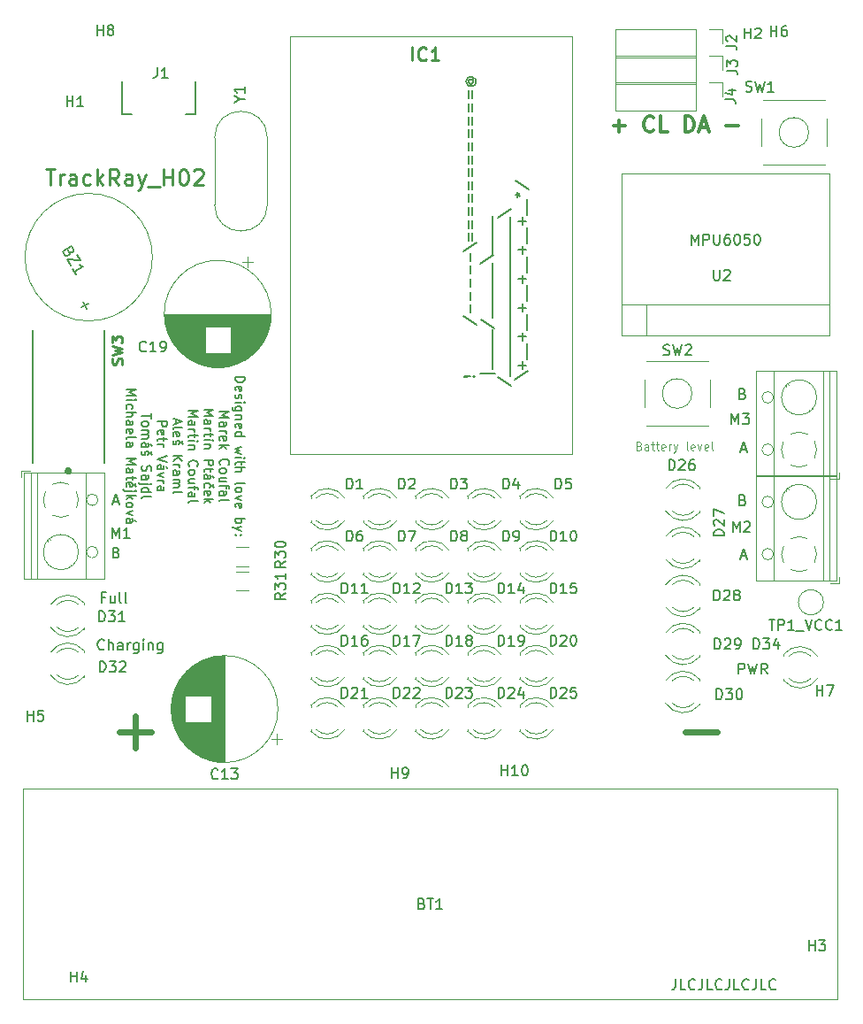
<source format=gbr>
G04 #@! TF.GenerationSoftware,KiCad,Pcbnew,(5.1.6)-1*
G04 #@! TF.CreationDate,2020-07-20T23:37:44+02:00*
G04 #@! TF.ProjectId,TrackRay_H02,54726163-6b52-4617-995f-4830322e6b69,rev?*
G04 #@! TF.SameCoordinates,Original*
G04 #@! TF.FileFunction,Legend,Top*
G04 #@! TF.FilePolarity,Positive*
%FSLAX46Y46*%
G04 Gerber Fmt 4.6, Leading zero omitted, Abs format (unit mm)*
G04 Created by KiCad (PCBNEW (5.1.6)-1) date 2020-07-20 23:37:44*
%MOMM*%
%LPD*%
G01*
G04 APERTURE LIST*
%ADD10C,0.150000*%
%ADD11C,0.600000*%
%ADD12C,0.120000*%
%ADD13C,0.140000*%
%ADD14C,0.300000*%
%ADD15C,0.262500*%
%ADD16C,0.200000*%
%ADD17C,0.127000*%
%ADD18C,0.100000*%
%ADD19C,0.203200*%
%ADD20C,0.250002*%
%ADD21C,0.254000*%
G04 APERTURE END LIST*
D10*
X69271428Y-35828571D02*
X69414285Y-35876190D01*
X69461904Y-35923809D01*
X69509523Y-36019047D01*
X69509523Y-36161904D01*
X69461904Y-36257142D01*
X69414285Y-36304761D01*
X69319047Y-36352380D01*
X68938095Y-36352380D01*
X68938095Y-35352380D01*
X69271428Y-35352380D01*
X69366666Y-35400000D01*
X69414285Y-35447619D01*
X69461904Y-35542857D01*
X69461904Y-35638095D01*
X69414285Y-35733333D01*
X69366666Y-35780952D01*
X69271428Y-35828571D01*
X68938095Y-35828571D01*
X69061904Y-41166666D02*
X69538095Y-41166666D01*
X68966666Y-41452380D02*
X69300000Y-40452380D01*
X69633333Y-41452380D01*
D11*
X63776190Y-68185714D02*
X66823809Y-68185714D01*
X9576190Y-68185714D02*
X12623809Y-68185714D01*
X11100000Y-69709523D02*
X11100000Y-66661904D01*
D10*
X69271428Y-46028571D02*
X69414285Y-46076190D01*
X69461904Y-46123809D01*
X69509523Y-46219047D01*
X69509523Y-46361904D01*
X69461904Y-46457142D01*
X69414285Y-46504761D01*
X69319047Y-46552380D01*
X68938095Y-46552380D01*
X68938095Y-45552380D01*
X69271428Y-45552380D01*
X69366666Y-45600000D01*
X69414285Y-45647619D01*
X69461904Y-45742857D01*
X69461904Y-45838095D01*
X69414285Y-45933333D01*
X69366666Y-45980952D01*
X69271428Y-46028571D01*
X68938095Y-46028571D01*
X69061904Y-51366666D02*
X69538095Y-51366666D01*
X68966666Y-51652380D02*
X69300000Y-50652380D01*
X69633333Y-51652380D01*
X9271428Y-51028571D02*
X9414285Y-51076190D01*
X9461904Y-51123809D01*
X9509523Y-51219047D01*
X9509523Y-51361904D01*
X9461904Y-51457142D01*
X9414285Y-51504761D01*
X9319047Y-51552380D01*
X8938095Y-51552380D01*
X8938095Y-50552380D01*
X9271428Y-50552380D01*
X9366666Y-50600000D01*
X9414285Y-50647619D01*
X9461904Y-50742857D01*
X9461904Y-50838095D01*
X9414285Y-50933333D01*
X9366666Y-50980952D01*
X9271428Y-51028571D01*
X8938095Y-51028571D01*
X8961904Y-46166666D02*
X9438095Y-46166666D01*
X8866666Y-46452380D02*
X9200000Y-45452380D01*
X9533333Y-46452380D01*
X68866666Y-62652380D02*
X68866666Y-61652380D01*
X69247619Y-61652380D01*
X69342857Y-61700000D01*
X69390476Y-61747619D01*
X69438095Y-61842857D01*
X69438095Y-61985714D01*
X69390476Y-62080952D01*
X69342857Y-62128571D01*
X69247619Y-62176190D01*
X68866666Y-62176190D01*
X69771428Y-61652380D02*
X70009523Y-62652380D01*
X70200000Y-61938095D01*
X70390476Y-62652380D01*
X70628571Y-61652380D01*
X71580952Y-62652380D02*
X71247619Y-62176190D01*
X71009523Y-62652380D02*
X71009523Y-61652380D01*
X71390476Y-61652380D01*
X71485714Y-61700000D01*
X71533333Y-61747619D01*
X71580952Y-61842857D01*
X71580952Y-61985714D01*
X71533333Y-62080952D01*
X71485714Y-62128571D01*
X71390476Y-62176190D01*
X71009523Y-62176190D01*
X8166666Y-55328571D02*
X7833333Y-55328571D01*
X7833333Y-55852380D02*
X7833333Y-54852380D01*
X8309523Y-54852380D01*
X9119047Y-55185714D02*
X9119047Y-55852380D01*
X8690476Y-55185714D02*
X8690476Y-55709523D01*
X8738095Y-55804761D01*
X8833333Y-55852380D01*
X8976190Y-55852380D01*
X9071428Y-55804761D01*
X9119047Y-55757142D01*
X9738095Y-55852380D02*
X9642857Y-55804761D01*
X9595238Y-55709523D01*
X9595238Y-54852380D01*
X10261904Y-55852380D02*
X10166666Y-55804761D01*
X10119047Y-55709523D01*
X10119047Y-54852380D01*
X8100000Y-60257142D02*
X8052380Y-60304761D01*
X7909523Y-60352380D01*
X7814285Y-60352380D01*
X7671428Y-60304761D01*
X7576190Y-60209523D01*
X7528571Y-60114285D01*
X7480952Y-59923809D01*
X7480952Y-59780952D01*
X7528571Y-59590476D01*
X7576190Y-59495238D01*
X7671428Y-59400000D01*
X7814285Y-59352380D01*
X7909523Y-59352380D01*
X8052380Y-59400000D01*
X8100000Y-59447619D01*
X8528571Y-60352380D02*
X8528571Y-59352380D01*
X8957142Y-60352380D02*
X8957142Y-59828571D01*
X8909523Y-59733333D01*
X8814285Y-59685714D01*
X8671428Y-59685714D01*
X8576190Y-59733333D01*
X8528571Y-59780952D01*
X9861904Y-60352380D02*
X9861904Y-59828571D01*
X9814285Y-59733333D01*
X9719047Y-59685714D01*
X9528571Y-59685714D01*
X9433333Y-59733333D01*
X9861904Y-60304761D02*
X9766666Y-60352380D01*
X9528571Y-60352380D01*
X9433333Y-60304761D01*
X9385714Y-60209523D01*
X9385714Y-60114285D01*
X9433333Y-60019047D01*
X9528571Y-59971428D01*
X9766666Y-59971428D01*
X9861904Y-59923809D01*
X10338095Y-60352380D02*
X10338095Y-59685714D01*
X10338095Y-59876190D02*
X10385714Y-59780952D01*
X10433333Y-59733333D01*
X10528571Y-59685714D01*
X10623809Y-59685714D01*
X11385714Y-59685714D02*
X11385714Y-60495238D01*
X11338095Y-60590476D01*
X11290476Y-60638095D01*
X11195238Y-60685714D01*
X11052380Y-60685714D01*
X10957142Y-60638095D01*
X11385714Y-60304761D02*
X11290476Y-60352380D01*
X11100000Y-60352380D01*
X11004761Y-60304761D01*
X10957142Y-60257142D01*
X10909523Y-60161904D01*
X10909523Y-59876190D01*
X10957142Y-59780952D01*
X11004761Y-59733333D01*
X11100000Y-59685714D01*
X11290476Y-59685714D01*
X11385714Y-59733333D01*
X11861904Y-60352380D02*
X11861904Y-59685714D01*
X11861904Y-59352380D02*
X11814285Y-59400000D01*
X11861904Y-59447619D01*
X11909523Y-59400000D01*
X11861904Y-59352380D01*
X11861904Y-59447619D01*
X12338095Y-59685714D02*
X12338095Y-60352380D01*
X12338095Y-59780952D02*
X12385714Y-59733333D01*
X12480952Y-59685714D01*
X12623809Y-59685714D01*
X12719047Y-59733333D01*
X12766666Y-59828571D01*
X12766666Y-60352380D01*
X13671428Y-59685714D02*
X13671428Y-60495238D01*
X13623809Y-60590476D01*
X13576190Y-60638095D01*
X13480952Y-60685714D01*
X13338095Y-60685714D01*
X13242857Y-60638095D01*
X13671428Y-60304761D02*
X13576190Y-60352380D01*
X13385714Y-60352380D01*
X13290476Y-60304761D01*
X13242857Y-60257142D01*
X13195238Y-60161904D01*
X13195238Y-59876190D01*
X13242857Y-59780952D01*
X13290476Y-59733333D01*
X13385714Y-59685714D01*
X13576190Y-59685714D01*
X13671428Y-59733333D01*
D12*
X59328571Y-40842857D02*
X59442857Y-40880952D01*
X59480952Y-40919047D01*
X59519047Y-40995238D01*
X59519047Y-41109523D01*
X59480952Y-41185714D01*
X59442857Y-41223809D01*
X59366666Y-41261904D01*
X59061904Y-41261904D01*
X59061904Y-40461904D01*
X59328571Y-40461904D01*
X59404761Y-40500000D01*
X59442857Y-40538095D01*
X59480952Y-40614285D01*
X59480952Y-40690476D01*
X59442857Y-40766666D01*
X59404761Y-40804761D01*
X59328571Y-40842857D01*
X59061904Y-40842857D01*
X60204761Y-41261904D02*
X60204761Y-40842857D01*
X60166666Y-40766666D01*
X60090476Y-40728571D01*
X59938095Y-40728571D01*
X59861904Y-40766666D01*
X60204761Y-41223809D02*
X60128571Y-41261904D01*
X59938095Y-41261904D01*
X59861904Y-41223809D01*
X59823809Y-41147619D01*
X59823809Y-41071428D01*
X59861904Y-40995238D01*
X59938095Y-40957142D01*
X60128571Y-40957142D01*
X60204761Y-40919047D01*
X60471428Y-40728571D02*
X60776190Y-40728571D01*
X60585714Y-40461904D02*
X60585714Y-41147619D01*
X60623809Y-41223809D01*
X60700000Y-41261904D01*
X60776190Y-41261904D01*
X60928571Y-40728571D02*
X61233333Y-40728571D01*
X61042857Y-40461904D02*
X61042857Y-41147619D01*
X61080952Y-41223809D01*
X61157142Y-41261904D01*
X61233333Y-41261904D01*
X61804761Y-41223809D02*
X61728571Y-41261904D01*
X61576190Y-41261904D01*
X61500000Y-41223809D01*
X61461904Y-41147619D01*
X61461904Y-40842857D01*
X61500000Y-40766666D01*
X61576190Y-40728571D01*
X61728571Y-40728571D01*
X61804761Y-40766666D01*
X61842857Y-40842857D01*
X61842857Y-40919047D01*
X61461904Y-40995238D01*
X62185714Y-41261904D02*
X62185714Y-40728571D01*
X62185714Y-40880952D02*
X62223809Y-40804761D01*
X62261904Y-40766666D01*
X62338095Y-40728571D01*
X62414285Y-40728571D01*
X62604761Y-40728571D02*
X62795238Y-41261904D01*
X62985714Y-40728571D02*
X62795238Y-41261904D01*
X62719047Y-41452380D01*
X62680952Y-41490476D01*
X62604761Y-41528571D01*
X64014285Y-41261904D02*
X63938095Y-41223809D01*
X63900000Y-41147619D01*
X63900000Y-40461904D01*
X64623809Y-41223809D02*
X64547619Y-41261904D01*
X64395238Y-41261904D01*
X64319047Y-41223809D01*
X64280952Y-41147619D01*
X64280952Y-40842857D01*
X64319047Y-40766666D01*
X64395238Y-40728571D01*
X64547619Y-40728571D01*
X64623809Y-40766666D01*
X64661904Y-40842857D01*
X64661904Y-40919047D01*
X64280952Y-40995238D01*
X64928571Y-40728571D02*
X65119047Y-41261904D01*
X65309523Y-40728571D01*
X65919047Y-41223809D02*
X65842857Y-41261904D01*
X65690476Y-41261904D01*
X65614285Y-41223809D01*
X65576190Y-41147619D01*
X65576190Y-40842857D01*
X65614285Y-40766666D01*
X65690476Y-40728571D01*
X65842857Y-40728571D01*
X65919047Y-40766666D01*
X65957142Y-40842857D01*
X65957142Y-40919047D01*
X65576190Y-40995238D01*
X66414285Y-41261904D02*
X66338095Y-41223809D01*
X66300000Y-41147619D01*
X66300000Y-40461904D01*
D10*
X43464982Y-34193260D02*
X43512601Y-34145640D01*
X43560220Y-34193260D01*
X43512601Y-34240879D01*
X43464982Y-34193260D01*
X43560220Y-34193260D01*
X43179268Y-34193260D02*
X42607840Y-34240879D01*
X42560220Y-34193260D01*
X42607840Y-34145640D01*
X43179268Y-34193260D01*
X42560220Y-34193260D01*
X42512601Y-28431355D02*
X43798316Y-29288498D01*
X43179268Y-28098021D02*
X43179268Y-27336117D01*
X43179268Y-26859926D02*
X43179268Y-26098021D01*
X43179268Y-25621831D02*
X43179268Y-24859926D01*
X43179268Y-24383736D02*
X43179268Y-23621831D01*
X43179268Y-23145640D02*
X43179268Y-22383736D01*
X42464982Y-22240879D02*
X43750697Y-21383736D01*
X43036411Y-21240879D02*
X43036411Y-20478974D01*
X43322125Y-20478974D02*
X43322125Y-21240879D01*
X43036411Y-20002783D02*
X43036411Y-19240879D01*
X43322125Y-19240879D02*
X43322125Y-20002783D01*
X43036411Y-18764688D02*
X43036411Y-18002783D01*
X43322125Y-18002783D02*
X43322125Y-18764688D01*
X43036411Y-17526593D02*
X43036411Y-16764688D01*
X43322125Y-16764688D02*
X43322125Y-17526593D01*
X43036411Y-16288498D02*
X43036411Y-15526593D01*
X43322125Y-15526593D02*
X43322125Y-16288498D01*
X43036411Y-15050402D02*
X43036411Y-14288498D01*
X43322125Y-14288498D02*
X43322125Y-15050402D01*
X43036411Y-13812307D02*
X43036411Y-13050402D01*
X43322125Y-13050402D02*
X43322125Y-13812307D01*
X43036411Y-12574212D02*
X43036411Y-11812307D01*
X43322125Y-11812307D02*
X43322125Y-12574212D01*
X43036411Y-11336117D02*
X43036411Y-10574212D01*
X43322125Y-10574212D02*
X43322125Y-11336117D01*
X43036411Y-10098021D02*
X43036411Y-9336117D01*
X43322125Y-9336117D02*
X43322125Y-10098021D01*
X43036411Y-8859926D02*
X43036411Y-8098021D01*
X43322125Y-8098021D02*
X43322125Y-8859926D01*
X43036411Y-7621831D02*
X43036411Y-6859926D01*
X43322125Y-6859926D02*
X43322125Y-7621831D01*
X43084030Y-5764688D02*
X43036411Y-5812307D01*
X42988792Y-5907545D01*
X42988792Y-6002783D01*
X43036411Y-6098021D01*
X43084030Y-6145640D01*
X43179268Y-6193259D01*
X43274506Y-6193259D01*
X43369744Y-6145640D01*
X43417363Y-6098021D01*
X43464982Y-6002783D01*
X43464982Y-5907545D01*
X43417363Y-5812307D01*
X43369744Y-5764688D01*
X42988792Y-5764688D02*
X43369744Y-5764688D01*
X43417363Y-5717069D01*
X43417363Y-5669450D01*
X43369744Y-5574212D01*
X43274506Y-5526593D01*
X43036411Y-5526593D01*
X42893554Y-5621831D01*
X42798316Y-5764688D01*
X42750697Y-5955164D01*
X42798316Y-6145640D01*
X42893554Y-6288498D01*
X43036411Y-6383736D01*
X43226887Y-6431355D01*
X43417363Y-6383736D01*
X43560220Y-6288498D01*
X43655459Y-6145640D01*
X43703078Y-5955164D01*
X43655459Y-5764688D01*
X43560220Y-5621831D01*
X45543554Y-33955164D02*
X44114982Y-33955164D01*
X45305459Y-33478974D02*
X45305459Y-32717069D01*
X45305459Y-32717069D02*
X45305459Y-31955164D01*
X45305459Y-31955164D02*
X45305459Y-31193260D01*
X45305459Y-31193260D02*
X45305459Y-30431355D01*
X45305459Y-30431355D02*
X45305459Y-29669450D01*
X44162601Y-28717069D02*
X45448316Y-29574212D01*
X45305459Y-28621831D02*
X45305459Y-27859926D01*
X45305459Y-27859926D02*
X45305459Y-27098021D01*
X45305459Y-27098021D02*
X45305459Y-26336117D01*
X45305459Y-26336117D02*
X45305459Y-25574212D01*
X45305459Y-25574212D02*
X45305459Y-24812307D01*
X45305459Y-24812307D02*
X45305459Y-24050402D01*
X45305459Y-24050402D02*
X45305459Y-23288498D01*
X44114982Y-23383736D02*
X45400697Y-22526593D01*
X45305459Y-22621831D02*
X45305459Y-21859926D01*
X45305459Y-21859926D02*
X45305459Y-21098021D01*
X45305459Y-21098021D02*
X45305459Y-20336117D01*
X45305459Y-20336117D02*
X45305459Y-19574212D01*
X45305459Y-19574212D02*
X45305459Y-18812307D01*
X45812601Y-34240879D02*
X47098316Y-35098021D01*
X46955459Y-34145640D02*
X46955459Y-33383736D01*
X46955459Y-33383736D02*
X46955459Y-32621831D01*
X46955459Y-32621831D02*
X46955459Y-31859926D01*
X46955459Y-31859926D02*
X46955459Y-31098021D01*
X46955459Y-31098021D02*
X46955459Y-30336117D01*
X46955459Y-30336117D02*
X46955459Y-29574212D01*
X46955459Y-29574212D02*
X46955459Y-28812307D01*
X46955459Y-28812307D02*
X46955459Y-28050402D01*
X46955459Y-28050402D02*
X46955459Y-27288498D01*
X46955459Y-27288498D02*
X46955459Y-26526593D01*
X46955459Y-26526593D02*
X46955459Y-25764688D01*
X46955459Y-25764688D02*
X46955459Y-25002783D01*
X46955459Y-25002783D02*
X46955459Y-24240879D01*
X46955459Y-24240879D02*
X46955459Y-23478974D01*
X46955459Y-23478974D02*
X46955459Y-22717069D01*
X46955459Y-22717069D02*
X46955459Y-21955164D01*
X46955459Y-21955164D02*
X46955459Y-21193260D01*
X46955459Y-21193260D02*
X46955459Y-20431355D01*
X46955459Y-20431355D02*
X46955459Y-19669450D01*
X46955459Y-19669450D02*
X46955459Y-18907545D01*
X45764982Y-19002783D02*
X47050697Y-18145640D01*
X47414982Y-34526593D02*
X48700697Y-33669450D01*
X48129268Y-33526593D02*
X48129268Y-32764688D01*
X48510220Y-33145640D02*
X47748316Y-33145640D01*
X48605459Y-32526593D02*
X48605459Y-31764688D01*
X48605459Y-31764688D02*
X48605459Y-31002783D01*
X48129268Y-30764688D02*
X48129268Y-30002783D01*
X48510220Y-30383736D02*
X47748316Y-30383736D01*
X48605459Y-29764688D02*
X48605459Y-29002783D01*
X48605459Y-29002783D02*
X48605459Y-28240879D01*
X48129268Y-28002783D02*
X48129268Y-27240879D01*
X48510220Y-27621831D02*
X47748316Y-27621831D01*
X48605459Y-27002783D02*
X48605459Y-26240879D01*
X48605459Y-26240879D02*
X48605459Y-25478974D01*
X48129268Y-25240879D02*
X48129268Y-24478974D01*
X48510220Y-24859926D02*
X47748316Y-24859926D01*
X48605459Y-24240879D02*
X48605459Y-23478974D01*
X48605459Y-23478974D02*
X48605459Y-22717069D01*
X48129268Y-22478974D02*
X48129268Y-21717069D01*
X48510220Y-22098021D02*
X47748316Y-22098021D01*
X48605459Y-21478974D02*
X48605459Y-20717069D01*
X48605459Y-20717069D02*
X48605459Y-19955164D01*
X48129268Y-19717069D02*
X48129268Y-18955164D01*
X48510220Y-19336117D02*
X47748316Y-19336117D01*
X48605459Y-18717069D02*
X48605459Y-17955164D01*
X48605459Y-17955164D02*
X48605459Y-17193260D01*
X47510220Y-16812307D02*
X47748316Y-16812307D01*
X47653078Y-17050402D02*
X47748316Y-16812307D01*
X47653078Y-16574212D01*
X47938792Y-16955164D02*
X47748316Y-16812307D01*
X47938792Y-16669450D01*
X47462601Y-15478974D02*
X48748316Y-16336117D01*
D13*
X20657457Y-34286971D02*
X21557457Y-34286971D01*
X21557457Y-34501257D01*
X21514600Y-34629828D01*
X21428885Y-34715542D01*
X21343171Y-34758400D01*
X21171742Y-34801257D01*
X21043171Y-34801257D01*
X20871742Y-34758400D01*
X20786028Y-34715542D01*
X20700314Y-34629828D01*
X20657457Y-34501257D01*
X20657457Y-34286971D01*
X20700314Y-35529828D02*
X20657457Y-35444114D01*
X20657457Y-35272685D01*
X20700314Y-35186971D01*
X20786028Y-35144114D01*
X21128885Y-35144114D01*
X21214600Y-35186971D01*
X21257457Y-35272685D01*
X21257457Y-35444114D01*
X21214600Y-35529828D01*
X21128885Y-35572685D01*
X21043171Y-35572685D01*
X20957457Y-35144114D01*
X20700314Y-35915542D02*
X20657457Y-36001257D01*
X20657457Y-36172685D01*
X20700314Y-36258400D01*
X20786028Y-36301257D01*
X20828885Y-36301257D01*
X20914600Y-36258400D01*
X20957457Y-36172685D01*
X20957457Y-36044114D01*
X21000314Y-35958400D01*
X21086028Y-35915542D01*
X21128885Y-35915542D01*
X21214600Y-35958400D01*
X21257457Y-36044114D01*
X21257457Y-36172685D01*
X21214600Y-36258400D01*
X20657457Y-36686971D02*
X21257457Y-36686971D01*
X21557457Y-36686971D02*
X21514600Y-36644114D01*
X21471742Y-36686971D01*
X21514600Y-36729828D01*
X21557457Y-36686971D01*
X21471742Y-36686971D01*
X21257457Y-37501257D02*
X20528885Y-37501257D01*
X20443171Y-37458400D01*
X20400314Y-37415542D01*
X20357457Y-37329828D01*
X20357457Y-37201257D01*
X20400314Y-37115542D01*
X20700314Y-37501257D02*
X20657457Y-37415542D01*
X20657457Y-37244114D01*
X20700314Y-37158400D01*
X20743171Y-37115542D01*
X20828885Y-37072685D01*
X21086028Y-37072685D01*
X21171742Y-37115542D01*
X21214600Y-37158400D01*
X21257457Y-37244114D01*
X21257457Y-37415542D01*
X21214600Y-37501257D01*
X21257457Y-37929828D02*
X20657457Y-37929828D01*
X21171742Y-37929828D02*
X21214600Y-37972685D01*
X21257457Y-38058400D01*
X21257457Y-38186971D01*
X21214600Y-38272685D01*
X21128885Y-38315542D01*
X20657457Y-38315542D01*
X20700314Y-39086971D02*
X20657457Y-39001257D01*
X20657457Y-38829828D01*
X20700314Y-38744114D01*
X20786028Y-38701257D01*
X21128885Y-38701257D01*
X21214600Y-38744114D01*
X21257457Y-38829828D01*
X21257457Y-39001257D01*
X21214600Y-39086971D01*
X21128885Y-39129828D01*
X21043171Y-39129828D01*
X20957457Y-38701257D01*
X20657457Y-39901257D02*
X21557457Y-39901257D01*
X20700314Y-39901257D02*
X20657457Y-39815542D01*
X20657457Y-39644114D01*
X20700314Y-39558400D01*
X20743171Y-39515542D01*
X20828885Y-39472685D01*
X21086028Y-39472685D01*
X21171742Y-39515542D01*
X21214600Y-39558400D01*
X21257457Y-39644114D01*
X21257457Y-39815542D01*
X21214600Y-39901257D01*
X21257457Y-40929828D02*
X20657457Y-41101257D01*
X21086028Y-41272685D01*
X20657457Y-41444114D01*
X21257457Y-41615542D01*
X20657457Y-41958400D02*
X21257457Y-41958400D01*
X21557457Y-41958400D02*
X21514600Y-41915542D01*
X21471742Y-41958400D01*
X21514600Y-42001257D01*
X21557457Y-41958400D01*
X21471742Y-41958400D01*
X21257457Y-42258400D02*
X21257457Y-42601257D01*
X21557457Y-42386971D02*
X20786028Y-42386971D01*
X20700314Y-42429828D01*
X20657457Y-42515542D01*
X20657457Y-42601257D01*
X20657457Y-42901257D02*
X21557457Y-42901257D01*
X20657457Y-43286971D02*
X21128885Y-43286971D01*
X21214600Y-43244114D01*
X21257457Y-43158400D01*
X21257457Y-43029828D01*
X21214600Y-42944114D01*
X21171742Y-42901257D01*
X20657457Y-44529828D02*
X20700314Y-44444114D01*
X20786028Y-44401257D01*
X21557457Y-44401257D01*
X20657457Y-45001257D02*
X20700314Y-44915542D01*
X20743171Y-44872685D01*
X20828885Y-44829828D01*
X21086028Y-44829828D01*
X21171742Y-44872685D01*
X21214600Y-44915542D01*
X21257457Y-45001257D01*
X21257457Y-45129828D01*
X21214600Y-45215542D01*
X21171742Y-45258400D01*
X21086028Y-45301257D01*
X20828885Y-45301257D01*
X20743171Y-45258400D01*
X20700314Y-45215542D01*
X20657457Y-45129828D01*
X20657457Y-45001257D01*
X21257457Y-45601257D02*
X20657457Y-45815542D01*
X21257457Y-46029828D01*
X20700314Y-46715542D02*
X20657457Y-46629828D01*
X20657457Y-46458400D01*
X20700314Y-46372685D01*
X20786028Y-46329828D01*
X21128885Y-46329828D01*
X21214600Y-46372685D01*
X21257457Y-46458400D01*
X21257457Y-46629828D01*
X21214600Y-46715542D01*
X21128885Y-46758400D01*
X21043171Y-46758400D01*
X20957457Y-46329828D01*
X20657457Y-47829828D02*
X21557457Y-47829828D01*
X21214600Y-47829828D02*
X21257457Y-47915542D01*
X21257457Y-48086971D01*
X21214600Y-48172685D01*
X21171742Y-48215542D01*
X21086028Y-48258400D01*
X20828885Y-48258400D01*
X20743171Y-48215542D01*
X20700314Y-48172685D01*
X20657457Y-48086971D01*
X20657457Y-47915542D01*
X20700314Y-47829828D01*
X21257457Y-48558400D02*
X20657457Y-48772685D01*
X21257457Y-48986971D02*
X20657457Y-48772685D01*
X20443171Y-48686971D01*
X20400314Y-48644114D01*
X20357457Y-48558400D01*
X20743171Y-49329828D02*
X20700314Y-49372685D01*
X20657457Y-49329828D01*
X20700314Y-49286971D01*
X20743171Y-49329828D01*
X20657457Y-49329828D01*
X21214600Y-49329828D02*
X21171742Y-49372685D01*
X21128885Y-49329828D01*
X21171742Y-49286971D01*
X21214600Y-49329828D01*
X21128885Y-49329828D01*
X19167457Y-37565542D02*
X20067457Y-37565542D01*
X19424600Y-37865542D01*
X20067457Y-38165542D01*
X19167457Y-38165542D01*
X19167457Y-38979828D02*
X19638885Y-38979828D01*
X19724600Y-38936971D01*
X19767457Y-38851257D01*
X19767457Y-38679828D01*
X19724600Y-38594114D01*
X19210314Y-38979828D02*
X19167457Y-38894114D01*
X19167457Y-38679828D01*
X19210314Y-38594114D01*
X19296028Y-38551257D01*
X19381742Y-38551257D01*
X19467457Y-38594114D01*
X19510314Y-38679828D01*
X19510314Y-38894114D01*
X19553171Y-38979828D01*
X19167457Y-39408400D02*
X19767457Y-39408400D01*
X19596028Y-39408400D02*
X19681742Y-39451257D01*
X19724600Y-39494114D01*
X19767457Y-39579828D01*
X19767457Y-39665542D01*
X19210314Y-40308400D02*
X19167457Y-40222685D01*
X19167457Y-40051257D01*
X19210314Y-39965542D01*
X19296028Y-39922685D01*
X19638885Y-39922685D01*
X19724600Y-39965542D01*
X19767457Y-40051257D01*
X19767457Y-40222685D01*
X19724600Y-40308400D01*
X19638885Y-40351257D01*
X19553171Y-40351257D01*
X19467457Y-39922685D01*
X19167457Y-40736971D02*
X20067457Y-40736971D01*
X19510314Y-40822685D02*
X19167457Y-41079828D01*
X19767457Y-41079828D02*
X19424600Y-40736971D01*
X19253171Y-42665542D02*
X19210314Y-42622685D01*
X19167457Y-42494114D01*
X19167457Y-42408400D01*
X19210314Y-42279828D01*
X19296028Y-42194114D01*
X19381742Y-42151257D01*
X19553171Y-42108400D01*
X19681742Y-42108400D01*
X19853171Y-42151257D01*
X19938885Y-42194114D01*
X20024600Y-42279828D01*
X20067457Y-42408400D01*
X20067457Y-42494114D01*
X20024600Y-42622685D01*
X19981742Y-42665542D01*
X19167457Y-43179828D02*
X19210314Y-43094114D01*
X19253171Y-43051257D01*
X19338885Y-43008400D01*
X19596028Y-43008400D01*
X19681742Y-43051257D01*
X19724600Y-43094114D01*
X19767457Y-43179828D01*
X19767457Y-43308400D01*
X19724600Y-43394114D01*
X19681742Y-43436971D01*
X19596028Y-43479828D01*
X19338885Y-43479828D01*
X19253171Y-43436971D01*
X19210314Y-43394114D01*
X19167457Y-43308400D01*
X19167457Y-43179828D01*
X19767457Y-44251257D02*
X19167457Y-44251257D01*
X19767457Y-43865542D02*
X19296028Y-43865542D01*
X19210314Y-43908400D01*
X19167457Y-43994114D01*
X19167457Y-44122685D01*
X19210314Y-44208400D01*
X19253171Y-44251257D01*
X19767457Y-44551257D02*
X19767457Y-44894114D01*
X19167457Y-44679828D02*
X19938885Y-44679828D01*
X20024600Y-44722685D01*
X20067457Y-44808400D01*
X20067457Y-44894114D01*
X19167457Y-45579828D02*
X19638885Y-45579828D01*
X19724600Y-45536971D01*
X19767457Y-45451257D01*
X19767457Y-45279828D01*
X19724600Y-45194114D01*
X19210314Y-45579828D02*
X19167457Y-45494114D01*
X19167457Y-45279828D01*
X19210314Y-45194114D01*
X19296028Y-45151257D01*
X19381742Y-45151257D01*
X19467457Y-45194114D01*
X19510314Y-45279828D01*
X19510314Y-45494114D01*
X19553171Y-45579828D01*
X19167457Y-46136971D02*
X19210314Y-46051257D01*
X19296028Y-46008400D01*
X20067457Y-46008400D01*
X17677457Y-37351257D02*
X18577457Y-37351257D01*
X17934600Y-37651257D01*
X18577457Y-37951257D01*
X17677457Y-37951257D01*
X17677457Y-38765542D02*
X18148885Y-38765542D01*
X18234600Y-38722685D01*
X18277457Y-38636971D01*
X18277457Y-38465542D01*
X18234600Y-38379828D01*
X17720314Y-38765542D02*
X17677457Y-38679828D01*
X17677457Y-38465542D01*
X17720314Y-38379828D01*
X17806028Y-38336971D01*
X17891742Y-38336971D01*
X17977457Y-38379828D01*
X18020314Y-38465542D01*
X18020314Y-38679828D01*
X18063171Y-38765542D01*
X17677457Y-39194114D02*
X18277457Y-39194114D01*
X18106028Y-39194114D02*
X18191742Y-39236971D01*
X18234600Y-39279828D01*
X18277457Y-39365542D01*
X18277457Y-39451257D01*
X18277457Y-39622685D02*
X18277457Y-39965542D01*
X18577457Y-39751257D02*
X17806028Y-39751257D01*
X17720314Y-39794114D01*
X17677457Y-39879828D01*
X17677457Y-39965542D01*
X17677457Y-40265542D02*
X18277457Y-40265542D01*
X18577457Y-40265542D02*
X18534600Y-40222685D01*
X18491742Y-40265542D01*
X18534600Y-40308400D01*
X18577457Y-40265542D01*
X18491742Y-40265542D01*
X18277457Y-40694114D02*
X17677457Y-40694114D01*
X18191742Y-40694114D02*
X18234600Y-40736971D01*
X18277457Y-40822685D01*
X18277457Y-40951257D01*
X18234600Y-41036971D01*
X18148885Y-41079828D01*
X17677457Y-41079828D01*
X17677457Y-42194114D02*
X18577457Y-42194114D01*
X18577457Y-42536971D01*
X18534600Y-42622685D01*
X18491742Y-42665542D01*
X18406028Y-42708400D01*
X18277457Y-42708400D01*
X18191742Y-42665542D01*
X18148885Y-42622685D01*
X18106028Y-42536971D01*
X18106028Y-42194114D01*
X18277457Y-42965542D02*
X18277457Y-43308400D01*
X18577457Y-43094114D02*
X17806028Y-43094114D01*
X17720314Y-43136971D01*
X17677457Y-43222685D01*
X17677457Y-43308400D01*
X17677457Y-43994114D02*
X18148885Y-43994114D01*
X18234600Y-43951257D01*
X18277457Y-43865542D01*
X18277457Y-43694114D01*
X18234600Y-43608400D01*
X17720314Y-43994114D02*
X17677457Y-43908400D01*
X17677457Y-43694114D01*
X17720314Y-43608400D01*
X17806028Y-43565542D01*
X17891742Y-43565542D01*
X17977457Y-43608400D01*
X18020314Y-43694114D01*
X18020314Y-43908400D01*
X18063171Y-43994114D01*
X18620314Y-43865542D02*
X18491742Y-43736971D01*
X17720314Y-44808400D02*
X17677457Y-44722685D01*
X17677457Y-44551257D01*
X17720314Y-44465542D01*
X17763171Y-44422685D01*
X17848885Y-44379828D01*
X18106028Y-44379828D01*
X18191742Y-44422685D01*
X18234600Y-44465542D01*
X18277457Y-44551257D01*
X18277457Y-44722685D01*
X18234600Y-44808400D01*
X18620314Y-44465542D02*
X18491742Y-44636971D01*
X18620314Y-44808400D01*
X17720314Y-45536971D02*
X17677457Y-45451257D01*
X17677457Y-45279828D01*
X17720314Y-45194114D01*
X17806028Y-45151257D01*
X18148885Y-45151257D01*
X18234600Y-45194114D01*
X18277457Y-45279828D01*
X18277457Y-45451257D01*
X18234600Y-45536971D01*
X18148885Y-45579828D01*
X18063171Y-45579828D01*
X17977457Y-45151257D01*
X17677457Y-45965542D02*
X18577457Y-45965542D01*
X18020314Y-46051257D02*
X17677457Y-46308400D01*
X18277457Y-46308400D02*
X17934600Y-45965542D01*
X16187457Y-37436971D02*
X17087457Y-37436971D01*
X16444600Y-37736971D01*
X17087457Y-38036971D01*
X16187457Y-38036971D01*
X16187457Y-38851257D02*
X16658885Y-38851257D01*
X16744600Y-38808400D01*
X16787457Y-38722685D01*
X16787457Y-38551257D01*
X16744600Y-38465542D01*
X16230314Y-38851257D02*
X16187457Y-38765542D01*
X16187457Y-38551257D01*
X16230314Y-38465542D01*
X16316028Y-38422685D01*
X16401742Y-38422685D01*
X16487457Y-38465542D01*
X16530314Y-38551257D01*
X16530314Y-38765542D01*
X16573171Y-38851257D01*
X16187457Y-39279828D02*
X16787457Y-39279828D01*
X16616028Y-39279828D02*
X16701742Y-39322685D01*
X16744600Y-39365542D01*
X16787457Y-39451257D01*
X16787457Y-39536971D01*
X16787457Y-39708400D02*
X16787457Y-40051257D01*
X17087457Y-39836971D02*
X16316028Y-39836971D01*
X16230314Y-39879828D01*
X16187457Y-39965542D01*
X16187457Y-40051257D01*
X16187457Y-40351257D02*
X16787457Y-40351257D01*
X17087457Y-40351257D02*
X17044600Y-40308400D01*
X17001742Y-40351257D01*
X17044600Y-40394114D01*
X17087457Y-40351257D01*
X17001742Y-40351257D01*
X16787457Y-40779828D02*
X16187457Y-40779828D01*
X16701742Y-40779828D02*
X16744600Y-40822685D01*
X16787457Y-40908400D01*
X16787457Y-41036971D01*
X16744600Y-41122685D01*
X16658885Y-41165542D01*
X16187457Y-41165542D01*
X16273171Y-42794114D02*
X16230314Y-42751257D01*
X16187457Y-42622685D01*
X16187457Y-42536971D01*
X16230314Y-42408400D01*
X16316028Y-42322685D01*
X16401742Y-42279828D01*
X16573171Y-42236971D01*
X16701742Y-42236971D01*
X16873171Y-42279828D01*
X16958885Y-42322685D01*
X17044600Y-42408400D01*
X17087457Y-42536971D01*
X17087457Y-42622685D01*
X17044600Y-42751257D01*
X17001742Y-42794114D01*
X16187457Y-43308400D02*
X16230314Y-43222685D01*
X16273171Y-43179828D01*
X16358885Y-43136971D01*
X16616028Y-43136971D01*
X16701742Y-43179828D01*
X16744600Y-43222685D01*
X16787457Y-43308400D01*
X16787457Y-43436971D01*
X16744600Y-43522685D01*
X16701742Y-43565542D01*
X16616028Y-43608400D01*
X16358885Y-43608400D01*
X16273171Y-43565542D01*
X16230314Y-43522685D01*
X16187457Y-43436971D01*
X16187457Y-43308400D01*
X16787457Y-44379828D02*
X16187457Y-44379828D01*
X16787457Y-43994114D02*
X16316028Y-43994114D01*
X16230314Y-44036971D01*
X16187457Y-44122685D01*
X16187457Y-44251257D01*
X16230314Y-44336971D01*
X16273171Y-44379828D01*
X16787457Y-44679828D02*
X16787457Y-45022685D01*
X16187457Y-44808400D02*
X16958885Y-44808400D01*
X17044600Y-44851257D01*
X17087457Y-44936971D01*
X17087457Y-45022685D01*
X16187457Y-45708400D02*
X16658885Y-45708400D01*
X16744600Y-45665542D01*
X16787457Y-45579828D01*
X16787457Y-45408400D01*
X16744600Y-45322685D01*
X16230314Y-45708400D02*
X16187457Y-45622685D01*
X16187457Y-45408400D01*
X16230314Y-45322685D01*
X16316028Y-45279828D01*
X16401742Y-45279828D01*
X16487457Y-45322685D01*
X16530314Y-45408400D01*
X16530314Y-45622685D01*
X16573171Y-45708400D01*
X16187457Y-46265542D02*
X16230314Y-46179828D01*
X16316028Y-46136971D01*
X17087457Y-46136971D01*
X14954600Y-38294114D02*
X14954600Y-38722685D01*
X14697457Y-38208400D02*
X15597457Y-38508400D01*
X14697457Y-38808400D01*
X14697457Y-39236971D02*
X14740314Y-39151257D01*
X14826028Y-39108400D01*
X15597457Y-39108400D01*
X14740314Y-39922685D02*
X14697457Y-39836971D01*
X14697457Y-39665542D01*
X14740314Y-39579828D01*
X14826028Y-39536971D01*
X15168885Y-39536971D01*
X15254600Y-39579828D01*
X15297457Y-39665542D01*
X15297457Y-39836971D01*
X15254600Y-39922685D01*
X15168885Y-39965542D01*
X15083171Y-39965542D01*
X14997457Y-39536971D01*
X14740314Y-40308400D02*
X14697457Y-40394114D01*
X14697457Y-40565542D01*
X14740314Y-40651257D01*
X14826028Y-40694114D01*
X14868885Y-40694114D01*
X14954600Y-40651257D01*
X14997457Y-40565542D01*
X14997457Y-40436971D01*
X15040314Y-40351257D01*
X15126028Y-40308400D01*
X15168885Y-40308400D01*
X15254600Y-40351257D01*
X15297457Y-40436971D01*
X15297457Y-40565542D01*
X15254600Y-40651257D01*
X15640314Y-40308400D02*
X15511742Y-40479828D01*
X15640314Y-40651257D01*
X14697457Y-41765542D02*
X15597457Y-41765542D01*
X14697457Y-42279828D02*
X15211742Y-41894114D01*
X15597457Y-42279828D02*
X15083171Y-41765542D01*
X14697457Y-42665542D02*
X15297457Y-42665542D01*
X15126028Y-42665542D02*
X15211742Y-42708400D01*
X15254600Y-42751257D01*
X15297457Y-42836971D01*
X15297457Y-42922685D01*
X14697457Y-43608400D02*
X15168885Y-43608400D01*
X15254600Y-43565542D01*
X15297457Y-43479828D01*
X15297457Y-43308400D01*
X15254600Y-43222685D01*
X14740314Y-43608400D02*
X14697457Y-43522685D01*
X14697457Y-43308400D01*
X14740314Y-43222685D01*
X14826028Y-43179828D01*
X14911742Y-43179828D01*
X14997457Y-43222685D01*
X15040314Y-43308400D01*
X15040314Y-43522685D01*
X15083171Y-43608400D01*
X14697457Y-44036971D02*
X15297457Y-44036971D01*
X15211742Y-44036971D02*
X15254600Y-44079828D01*
X15297457Y-44165542D01*
X15297457Y-44294114D01*
X15254600Y-44379828D01*
X15168885Y-44422685D01*
X14697457Y-44422685D01*
X15168885Y-44422685D02*
X15254600Y-44465542D01*
X15297457Y-44551257D01*
X15297457Y-44679828D01*
X15254600Y-44765542D01*
X15168885Y-44808400D01*
X14697457Y-44808400D01*
X14697457Y-45365542D02*
X14740314Y-45279828D01*
X14826028Y-45236971D01*
X15597457Y-45236971D01*
X13207457Y-38486971D02*
X14107457Y-38486971D01*
X14107457Y-38829828D01*
X14064600Y-38915542D01*
X14021742Y-38958400D01*
X13936028Y-39001257D01*
X13807457Y-39001257D01*
X13721742Y-38958400D01*
X13678885Y-38915542D01*
X13636028Y-38829828D01*
X13636028Y-38486971D01*
X13250314Y-39729828D02*
X13207457Y-39644114D01*
X13207457Y-39472685D01*
X13250314Y-39386971D01*
X13336028Y-39344114D01*
X13678885Y-39344114D01*
X13764600Y-39386971D01*
X13807457Y-39472685D01*
X13807457Y-39644114D01*
X13764600Y-39729828D01*
X13678885Y-39772685D01*
X13593171Y-39772685D01*
X13507457Y-39344114D01*
X13807457Y-40029828D02*
X13807457Y-40372685D01*
X14107457Y-40158400D02*
X13336028Y-40158400D01*
X13250314Y-40201257D01*
X13207457Y-40286971D01*
X13207457Y-40372685D01*
X13207457Y-40672685D02*
X13807457Y-40672685D01*
X13636028Y-40672685D02*
X13721742Y-40715542D01*
X13764600Y-40758400D01*
X13807457Y-40844114D01*
X13807457Y-40929828D01*
X14107457Y-41786971D02*
X13207457Y-42086971D01*
X14107457Y-42386971D01*
X13207457Y-43072685D02*
X13678885Y-43072685D01*
X13764600Y-43029828D01*
X13807457Y-42944114D01*
X13807457Y-42772685D01*
X13764600Y-42686971D01*
X13250314Y-43072685D02*
X13207457Y-42986971D01*
X13207457Y-42772685D01*
X13250314Y-42686971D01*
X13336028Y-42644114D01*
X13421742Y-42644114D01*
X13507457Y-42686971D01*
X13550314Y-42772685D01*
X13550314Y-42986971D01*
X13593171Y-43072685D01*
X14150314Y-42944114D02*
X14021742Y-42815542D01*
X13807457Y-43415542D02*
X13207457Y-43629828D01*
X13807457Y-43844114D01*
X13207457Y-44186971D02*
X13807457Y-44186971D01*
X13636028Y-44186971D02*
X13721742Y-44229828D01*
X13764600Y-44272685D01*
X13807457Y-44358400D01*
X13807457Y-44444114D01*
X13207457Y-45129828D02*
X13678885Y-45129828D01*
X13764600Y-45086971D01*
X13807457Y-45001257D01*
X13807457Y-44829828D01*
X13764600Y-44744114D01*
X13250314Y-45129828D02*
X13207457Y-45044114D01*
X13207457Y-44829828D01*
X13250314Y-44744114D01*
X13336028Y-44701257D01*
X13421742Y-44701257D01*
X13507457Y-44744114D01*
X13550314Y-44829828D01*
X13550314Y-45044114D01*
X13593171Y-45129828D01*
X12617457Y-37736971D02*
X12617457Y-38251257D01*
X11717457Y-37994114D02*
X12617457Y-37994114D01*
X11717457Y-38679828D02*
X11760314Y-38594114D01*
X11803171Y-38551257D01*
X11888885Y-38508400D01*
X12146028Y-38508400D01*
X12231742Y-38551257D01*
X12274600Y-38594114D01*
X12317457Y-38679828D01*
X12317457Y-38808400D01*
X12274600Y-38894114D01*
X12231742Y-38936971D01*
X12146028Y-38979828D01*
X11888885Y-38979828D01*
X11803171Y-38936971D01*
X11760314Y-38894114D01*
X11717457Y-38808400D01*
X11717457Y-38679828D01*
X11717457Y-39365542D02*
X12317457Y-39365542D01*
X12231742Y-39365542D02*
X12274600Y-39408400D01*
X12317457Y-39494114D01*
X12317457Y-39622685D01*
X12274600Y-39708400D01*
X12188885Y-39751257D01*
X11717457Y-39751257D01*
X12188885Y-39751257D02*
X12274600Y-39794114D01*
X12317457Y-39879828D01*
X12317457Y-40008400D01*
X12274600Y-40094114D01*
X12188885Y-40136971D01*
X11717457Y-40136971D01*
X11717457Y-40951257D02*
X12188885Y-40951257D01*
X12274600Y-40908400D01*
X12317457Y-40822685D01*
X12317457Y-40651257D01*
X12274600Y-40565542D01*
X11760314Y-40951257D02*
X11717457Y-40865542D01*
X11717457Y-40651257D01*
X11760314Y-40565542D01*
X11846028Y-40522685D01*
X11931742Y-40522685D01*
X12017457Y-40565542D01*
X12060314Y-40651257D01*
X12060314Y-40865542D01*
X12103171Y-40951257D01*
X12660314Y-40822685D02*
X12531742Y-40694114D01*
X11760314Y-41336971D02*
X11717457Y-41422685D01*
X11717457Y-41594114D01*
X11760314Y-41679828D01*
X11846028Y-41722685D01*
X11888885Y-41722685D01*
X11974600Y-41679828D01*
X12017457Y-41594114D01*
X12017457Y-41465542D01*
X12060314Y-41379828D01*
X12146028Y-41336971D01*
X12188885Y-41336971D01*
X12274600Y-41379828D01*
X12317457Y-41465542D01*
X12317457Y-41594114D01*
X12274600Y-41679828D01*
X12660314Y-41336971D02*
X12531742Y-41508400D01*
X12660314Y-41679828D01*
X11760314Y-42751257D02*
X11717457Y-42879828D01*
X11717457Y-43094114D01*
X11760314Y-43179828D01*
X11803171Y-43222685D01*
X11888885Y-43265542D01*
X11974600Y-43265542D01*
X12060314Y-43222685D01*
X12103171Y-43179828D01*
X12146028Y-43094114D01*
X12188885Y-42922685D01*
X12231742Y-42836971D01*
X12274600Y-42794114D01*
X12360314Y-42751257D01*
X12446028Y-42751257D01*
X12531742Y-42794114D01*
X12574600Y-42836971D01*
X12617457Y-42922685D01*
X12617457Y-43136971D01*
X12574600Y-43265542D01*
X11717457Y-44036971D02*
X12188885Y-44036971D01*
X12274600Y-43994114D01*
X12317457Y-43908400D01*
X12317457Y-43736971D01*
X12274600Y-43651257D01*
X11760314Y-44036971D02*
X11717457Y-43951257D01*
X11717457Y-43736971D01*
X11760314Y-43651257D01*
X11846028Y-43608400D01*
X11931742Y-43608400D01*
X12017457Y-43651257D01*
X12060314Y-43736971D01*
X12060314Y-43951257D01*
X12103171Y-44036971D01*
X12317457Y-44465542D02*
X11546028Y-44465542D01*
X11460314Y-44422685D01*
X11417457Y-44336971D01*
X11417457Y-44294114D01*
X12617457Y-44465542D02*
X12574600Y-44422685D01*
X12531742Y-44465542D01*
X12574600Y-44508400D01*
X12617457Y-44465542D01*
X12531742Y-44465542D01*
X11717457Y-45279828D02*
X12617457Y-45279828D01*
X11760314Y-45279828D02*
X11717457Y-45194114D01*
X11717457Y-45022685D01*
X11760314Y-44936971D01*
X11803171Y-44894114D01*
X11888885Y-44851257D01*
X12146028Y-44851257D01*
X12231742Y-44894114D01*
X12274600Y-44936971D01*
X12317457Y-45022685D01*
X12317457Y-45194114D01*
X12274600Y-45279828D01*
X11717457Y-45836971D02*
X11760314Y-45751257D01*
X11846028Y-45708400D01*
X12617457Y-45708400D01*
X10227457Y-35422685D02*
X11127457Y-35422685D01*
X10484600Y-35722685D01*
X11127457Y-36022685D01*
X10227457Y-36022685D01*
X10227457Y-36451257D02*
X10827457Y-36451257D01*
X11127457Y-36451257D02*
X11084600Y-36408400D01*
X11041742Y-36451257D01*
X11084600Y-36494114D01*
X11127457Y-36451257D01*
X11041742Y-36451257D01*
X10270314Y-37265542D02*
X10227457Y-37179828D01*
X10227457Y-37008400D01*
X10270314Y-36922685D01*
X10313171Y-36879828D01*
X10398885Y-36836971D01*
X10656028Y-36836971D01*
X10741742Y-36879828D01*
X10784600Y-36922685D01*
X10827457Y-37008400D01*
X10827457Y-37179828D01*
X10784600Y-37265542D01*
X10227457Y-37651257D02*
X11127457Y-37651257D01*
X10227457Y-38036971D02*
X10698885Y-38036971D01*
X10784600Y-37994114D01*
X10827457Y-37908400D01*
X10827457Y-37779828D01*
X10784600Y-37694114D01*
X10741742Y-37651257D01*
X10227457Y-38851257D02*
X10698885Y-38851257D01*
X10784600Y-38808400D01*
X10827457Y-38722685D01*
X10827457Y-38551257D01*
X10784600Y-38465542D01*
X10270314Y-38851257D02*
X10227457Y-38765542D01*
X10227457Y-38551257D01*
X10270314Y-38465542D01*
X10356028Y-38422685D01*
X10441742Y-38422685D01*
X10527457Y-38465542D01*
X10570314Y-38551257D01*
X10570314Y-38765542D01*
X10613171Y-38851257D01*
X10270314Y-39622685D02*
X10227457Y-39536971D01*
X10227457Y-39365542D01*
X10270314Y-39279828D01*
X10356028Y-39236971D01*
X10698885Y-39236971D01*
X10784600Y-39279828D01*
X10827457Y-39365542D01*
X10827457Y-39536971D01*
X10784600Y-39622685D01*
X10698885Y-39665542D01*
X10613171Y-39665542D01*
X10527457Y-39236971D01*
X10227457Y-40179828D02*
X10270314Y-40094114D01*
X10356028Y-40051257D01*
X11127457Y-40051257D01*
X10227457Y-40908399D02*
X10698885Y-40908400D01*
X10784600Y-40865542D01*
X10827457Y-40779828D01*
X10827457Y-40608400D01*
X10784600Y-40522685D01*
X10270314Y-40908399D02*
X10227457Y-40822685D01*
X10227457Y-40608400D01*
X10270314Y-40522685D01*
X10356028Y-40479828D01*
X10441742Y-40479828D01*
X10527457Y-40522685D01*
X10570314Y-40608400D01*
X10570314Y-40822685D01*
X10613171Y-40908400D01*
X10227457Y-42022685D02*
X11127457Y-42022685D01*
X10484600Y-42322685D01*
X11127457Y-42622685D01*
X10227457Y-42622685D01*
X10227457Y-43436971D02*
X10698885Y-43436971D01*
X10784600Y-43394114D01*
X10827457Y-43308400D01*
X10827457Y-43136971D01*
X10784600Y-43051257D01*
X10270314Y-43436971D02*
X10227457Y-43351257D01*
X10227457Y-43136971D01*
X10270314Y-43051257D01*
X10356028Y-43008400D01*
X10441742Y-43008400D01*
X10527457Y-43051257D01*
X10570314Y-43136971D01*
X10570314Y-43351257D01*
X10613171Y-43436971D01*
X10827457Y-43736971D02*
X10827457Y-44079828D01*
X11127457Y-43865542D02*
X10356028Y-43865542D01*
X10270314Y-43908400D01*
X10227457Y-43994114D01*
X10227457Y-44079828D01*
X10270314Y-44722685D02*
X10227457Y-44636971D01*
X10227457Y-44465542D01*
X10270314Y-44379828D01*
X10356028Y-44336971D01*
X10698885Y-44336971D01*
X10784600Y-44379828D01*
X10827457Y-44465542D01*
X10827457Y-44636971D01*
X10784600Y-44722685D01*
X10698885Y-44765542D01*
X10613171Y-44765542D01*
X10527457Y-44336971D01*
X11170314Y-44379828D02*
X11041742Y-44551257D01*
X11170314Y-44722685D01*
X10827457Y-45151257D02*
X10056028Y-45151257D01*
X9970314Y-45108400D01*
X9927457Y-45022685D01*
X9927457Y-44979828D01*
X11127457Y-45151257D02*
X11084600Y-45108400D01*
X11041742Y-45151257D01*
X11084600Y-45194114D01*
X11127457Y-45151257D01*
X11041742Y-45151257D01*
X10227457Y-45579828D02*
X11127457Y-45579828D01*
X10570314Y-45665542D02*
X10227457Y-45922685D01*
X10827457Y-45922685D02*
X10484600Y-45579828D01*
X10227457Y-46436971D02*
X10270314Y-46351257D01*
X10313171Y-46308400D01*
X10398885Y-46265542D01*
X10656028Y-46265542D01*
X10741742Y-46308400D01*
X10784600Y-46351257D01*
X10827457Y-46436971D01*
X10827457Y-46565542D01*
X10784600Y-46651257D01*
X10741742Y-46694114D01*
X10656028Y-46736971D01*
X10398885Y-46736971D01*
X10313171Y-46694114D01*
X10270314Y-46651257D01*
X10227457Y-46565542D01*
X10227457Y-46436971D01*
X10827457Y-47036971D02*
X10227457Y-47251257D01*
X10827457Y-47465542D01*
X10227457Y-48194114D02*
X10698885Y-48194114D01*
X10784599Y-48151257D01*
X10827457Y-48065542D01*
X10827457Y-47894114D01*
X10784599Y-47808400D01*
X10270314Y-48194114D02*
X10227457Y-48108400D01*
X10227457Y-47894114D01*
X10270314Y-47808400D01*
X10356028Y-47765542D01*
X10441742Y-47765542D01*
X10527457Y-47808400D01*
X10570314Y-47894114D01*
X10570314Y-48108400D01*
X10613171Y-48194114D01*
X11170314Y-48065542D02*
X11041742Y-47936971D01*
D14*
X56862114Y-10236842D02*
X58004971Y-10236842D01*
X57433542Y-10808271D02*
X57433542Y-9665414D01*
X60719257Y-10665414D02*
X60647828Y-10736842D01*
X60433542Y-10808271D01*
X60290685Y-10808271D01*
X60076400Y-10736842D01*
X59933542Y-10593985D01*
X59862114Y-10451128D01*
X59790685Y-10165414D01*
X59790685Y-9951128D01*
X59862114Y-9665414D01*
X59933542Y-9522557D01*
X60076400Y-9379700D01*
X60290685Y-9308271D01*
X60433542Y-9308271D01*
X60647828Y-9379700D01*
X60719257Y-9451128D01*
X62076400Y-10808271D02*
X61362114Y-10808271D01*
X61362114Y-9308271D01*
X63719257Y-10808271D02*
X63719257Y-9308271D01*
X64076400Y-9308271D01*
X64290685Y-9379700D01*
X64433542Y-9522557D01*
X64504971Y-9665414D01*
X64576400Y-9951128D01*
X64576400Y-10165414D01*
X64504971Y-10451128D01*
X64433542Y-10593985D01*
X64290685Y-10736842D01*
X64076400Y-10808271D01*
X63719257Y-10808271D01*
X65147828Y-10379700D02*
X65862114Y-10379700D01*
X65004971Y-10808271D02*
X65504971Y-9308271D01*
X66004971Y-10808271D01*
X67647828Y-10236842D02*
X68790685Y-10236842D01*
D15*
X2492857Y-14378571D02*
X3350000Y-14378571D01*
X2921428Y-15878571D02*
X2921428Y-14378571D01*
X3850000Y-15878571D02*
X3850000Y-14878571D01*
X3850000Y-15164285D02*
X3921428Y-15021428D01*
X3992857Y-14950000D01*
X4135714Y-14878571D01*
X4278571Y-14878571D01*
X5421428Y-15878571D02*
X5421428Y-15092857D01*
X5350000Y-14950000D01*
X5207142Y-14878571D01*
X4921428Y-14878571D01*
X4778571Y-14950000D01*
X5421428Y-15807142D02*
X5278571Y-15878571D01*
X4921428Y-15878571D01*
X4778571Y-15807142D01*
X4707142Y-15664285D01*
X4707142Y-15521428D01*
X4778571Y-15378571D01*
X4921428Y-15307142D01*
X5278571Y-15307142D01*
X5421428Y-15235714D01*
X6778571Y-15807142D02*
X6635714Y-15878571D01*
X6350000Y-15878571D01*
X6207142Y-15807142D01*
X6135714Y-15735714D01*
X6064285Y-15592857D01*
X6064285Y-15164285D01*
X6135714Y-15021428D01*
X6207142Y-14950000D01*
X6350000Y-14878571D01*
X6635714Y-14878571D01*
X6778571Y-14950000D01*
X7421428Y-15878571D02*
X7421428Y-14378571D01*
X7564285Y-15307142D02*
X7992857Y-15878571D01*
X7992857Y-14878571D02*
X7421428Y-15450000D01*
X9492857Y-15878571D02*
X8992857Y-15164285D01*
X8635714Y-15878571D02*
X8635714Y-14378571D01*
X9207142Y-14378571D01*
X9350000Y-14450000D01*
X9421428Y-14521428D01*
X9492857Y-14664285D01*
X9492857Y-14878571D01*
X9421428Y-15021428D01*
X9350000Y-15092857D01*
X9207142Y-15164285D01*
X8635714Y-15164285D01*
X10778571Y-15878571D02*
X10778571Y-15092857D01*
X10707142Y-14950000D01*
X10564285Y-14878571D01*
X10278571Y-14878571D01*
X10135714Y-14950000D01*
X10778571Y-15807142D02*
X10635714Y-15878571D01*
X10278571Y-15878571D01*
X10135714Y-15807142D01*
X10064285Y-15664285D01*
X10064285Y-15521428D01*
X10135714Y-15378571D01*
X10278571Y-15307142D01*
X10635714Y-15307142D01*
X10778571Y-15235714D01*
X11350000Y-14878571D02*
X11707142Y-15878571D01*
X12064285Y-14878571D02*
X11707142Y-15878571D01*
X11564285Y-16235714D01*
X11492857Y-16307142D01*
X11350000Y-16378571D01*
X12278571Y-16021428D02*
X13421428Y-16021428D01*
X13778571Y-15878571D02*
X13778571Y-14378571D01*
X13778571Y-15092857D02*
X14635714Y-15092857D01*
X14635714Y-15878571D02*
X14635714Y-14378571D01*
X15635714Y-14378571D02*
X15778571Y-14378571D01*
X15921428Y-14450000D01*
X15992857Y-14521428D01*
X16064285Y-14664285D01*
X16135714Y-14950000D01*
X16135714Y-15307142D01*
X16064285Y-15592857D01*
X15992857Y-15735714D01*
X15921428Y-15807142D01*
X15778571Y-15878571D01*
X15635714Y-15878571D01*
X15492857Y-15807142D01*
X15421428Y-15735714D01*
X15349999Y-15592857D01*
X15278571Y-15307142D01*
X15278571Y-14950000D01*
X15349999Y-14664285D01*
X15421428Y-14521428D01*
X15492857Y-14450000D01*
X15635714Y-14378571D01*
X16707142Y-14521428D02*
X16778571Y-14450000D01*
X16921428Y-14378571D01*
X17278571Y-14378571D01*
X17421428Y-14450000D01*
X17492857Y-14521428D01*
X17564285Y-14664285D01*
X17564285Y-14807142D01*
X17492857Y-15021428D01*
X16635714Y-15878571D01*
X17564285Y-15878571D01*
D16*
X62817952Y-91857580D02*
X62817952Y-92571866D01*
X62770333Y-92714723D01*
X62675095Y-92809961D01*
X62532238Y-92857580D01*
X62437000Y-92857580D01*
X63770333Y-92857580D02*
X63294142Y-92857580D01*
X63294142Y-91857580D01*
X64675095Y-92762342D02*
X64627476Y-92809961D01*
X64484619Y-92857580D01*
X64389380Y-92857580D01*
X64246523Y-92809961D01*
X64151285Y-92714723D01*
X64103666Y-92619485D01*
X64056047Y-92429009D01*
X64056047Y-92286152D01*
X64103666Y-92095676D01*
X64151285Y-92000438D01*
X64246523Y-91905200D01*
X64389380Y-91857580D01*
X64484619Y-91857580D01*
X64627476Y-91905200D01*
X64675095Y-91952819D01*
X65389380Y-91857580D02*
X65389380Y-92571866D01*
X65341761Y-92714723D01*
X65246523Y-92809961D01*
X65103666Y-92857580D01*
X65008428Y-92857580D01*
X66341761Y-92857580D02*
X65865571Y-92857580D01*
X65865571Y-91857580D01*
X67246523Y-92762342D02*
X67198904Y-92809961D01*
X67056047Y-92857580D01*
X66960809Y-92857580D01*
X66817952Y-92809961D01*
X66722714Y-92714723D01*
X66675095Y-92619485D01*
X66627476Y-92429009D01*
X66627476Y-92286152D01*
X66675095Y-92095676D01*
X66722714Y-92000438D01*
X66817952Y-91905200D01*
X66960809Y-91857580D01*
X67056047Y-91857580D01*
X67198904Y-91905200D01*
X67246523Y-91952819D01*
X67960809Y-91857580D02*
X67960809Y-92571866D01*
X67913190Y-92714723D01*
X67817952Y-92809961D01*
X67675095Y-92857580D01*
X67579857Y-92857580D01*
X68913190Y-92857580D02*
X68437000Y-92857580D01*
X68437000Y-91857580D01*
X69817952Y-92762342D02*
X69770333Y-92809961D01*
X69627476Y-92857580D01*
X69532238Y-92857580D01*
X69389380Y-92809961D01*
X69294142Y-92714723D01*
X69246523Y-92619485D01*
X69198904Y-92429009D01*
X69198904Y-92286152D01*
X69246523Y-92095676D01*
X69294142Y-92000438D01*
X69389380Y-91905200D01*
X69532238Y-91857580D01*
X69627476Y-91857580D01*
X69770333Y-91905200D01*
X69817952Y-91952819D01*
X70532238Y-91857580D02*
X70532238Y-92571866D01*
X70484619Y-92714723D01*
X70389380Y-92809961D01*
X70246523Y-92857580D01*
X70151285Y-92857580D01*
X71484619Y-92857580D02*
X71008428Y-92857580D01*
X71008428Y-91857580D01*
X72389380Y-92762342D02*
X72341761Y-92809961D01*
X72198904Y-92857580D01*
X72103666Y-92857580D01*
X71960809Y-92809961D01*
X71865571Y-92714723D01*
X71817952Y-92619485D01*
X71770333Y-92429009D01*
X71770333Y-92286152D01*
X71817952Y-92095676D01*
X71865571Y-92000438D01*
X71960809Y-91905200D01*
X72103666Y-91857580D01*
X72198904Y-91857580D01*
X72341761Y-91905200D01*
X72389380Y-91952819D01*
D12*
X57610000Y-14800000D02*
X57610000Y-27300000D01*
X77590000Y-27300000D02*
X77590000Y-14800000D01*
X59980000Y-27300000D02*
X77590000Y-27300000D01*
X57610000Y-27300000D02*
X59980000Y-27300000D01*
X59980000Y-27300000D02*
X59980000Y-30300000D01*
X57610000Y-30300000D02*
X57610000Y-27300000D01*
X77590000Y-30300000D02*
X57610000Y-30300000D01*
X77590000Y-27300000D02*
X77590000Y-30300000D01*
X57610000Y-14800000D02*
X77590000Y-14800000D01*
X71030000Y-12190000D02*
X71030000Y-9510000D01*
X77270000Y-9510000D02*
X77270000Y-12190000D01*
X77120000Y-13970000D02*
X71180000Y-13970000D01*
X77120000Y-7730000D02*
X71180000Y-7730000D01*
X75564214Y-10850000D02*
G75*
G03*
X75564214Y-10850000I-1414214J0D01*
G01*
X300000Y-73650000D02*
X78300000Y-73650000D01*
X78300000Y-73650000D02*
X78300000Y-93750000D01*
X78300000Y-93750000D02*
X300000Y-93750000D01*
X300000Y-93750000D02*
X300000Y-73650000D01*
D17*
X8104000Y-42475000D02*
X8104000Y-29775000D01*
X1246000Y-29775000D02*
X1246000Y-42475000D01*
D14*
X4874000Y-43237000D02*
G75*
G03*
X4874000Y-43237000I-200000J0D01*
G01*
D12*
X76975000Y-55800000D02*
G75*
G03*
X76975000Y-55800000I-1200000J0D01*
G01*
X20759336Y-54681800D02*
X21963464Y-54681800D01*
X20759336Y-52861800D02*
X21963464Y-52861800D01*
X20759336Y-52370400D02*
X21963464Y-52370400D01*
X20759336Y-50550400D02*
X21963464Y-50550400D01*
X73160000Y-63105000D02*
X73160000Y-63261000D01*
X73160000Y-60789000D02*
X73160000Y-60945000D01*
X75761130Y-63104837D02*
G75*
G02*
X73679039Y-63105000I-1041130J1079837D01*
G01*
X75761130Y-60945163D02*
G75*
G03*
X73679039Y-60945000I-1041130J-1079837D01*
G01*
X76392335Y-63103608D02*
G75*
G02*
X73160000Y-63260516I-1672335J1078608D01*
G01*
X76392335Y-60946392D02*
G75*
G03*
X73160000Y-60789484I-1672335J-1078608D01*
G01*
X78445600Y-43997400D02*
X78445600Y-43397400D01*
X77605600Y-43997400D02*
X78445600Y-43997400D01*
X75621600Y-37377400D02*
X75714600Y-37471400D01*
X73370600Y-35127400D02*
X73429600Y-35186400D01*
X75861600Y-37207400D02*
X75919600Y-37266400D01*
X73576600Y-34922400D02*
X73669600Y-35016400D01*
X70485600Y-33637400D02*
X78206600Y-33637400D01*
X70485600Y-43757400D02*
X78206600Y-43757400D01*
X78206600Y-43757400D02*
X78206600Y-33637400D01*
X70485600Y-43757400D02*
X70485600Y-33637400D01*
X72245600Y-43757400D02*
X72245600Y-33637400D01*
X76945600Y-43757400D02*
X76945600Y-33637400D01*
X77545600Y-43757400D02*
X77545600Y-33637400D01*
X72195600Y-36197400D02*
G75*
G03*
X72195600Y-36197400I-550000J0D01*
G01*
X76325600Y-36197400D02*
G75*
G03*
X76325600Y-36197400I-1680000J0D01*
G01*
X72195600Y-41197400D02*
G75*
G03*
X72195600Y-41197400I-550000J0D01*
G01*
X76326050Y-41168017D02*
G75*
G02*
X76129600Y-41986400I-1680450J-29383D01*
G01*
X75434688Y-42681353D02*
G75*
G02*
X73856600Y-42681400I-789088J1483953D01*
G01*
X73161647Y-41986488D02*
G75*
G02*
X73161600Y-40408400I1483953J789088D01*
G01*
X73856512Y-39713447D02*
G75*
G02*
X75434600Y-39713400I789088J-1483953D01*
G01*
X76128952Y-40408688D02*
G75*
G02*
X76325600Y-41197400I-1483352J-788712D01*
G01*
D18*
X25930000Y-1620000D02*
X52930000Y-1620000D01*
X52930000Y-1620000D02*
X52930000Y-41620000D01*
X52930000Y-41620000D02*
X25930000Y-41620000D01*
X25930000Y-41620000D02*
X25930000Y-1620000D01*
D12*
X67331400Y-6069200D02*
X67331400Y-7399200D01*
X66001400Y-6069200D02*
X67331400Y-6069200D01*
X64731400Y-6069200D02*
X64731400Y-8729200D01*
X64731400Y-8729200D02*
X57051400Y-8729200D01*
X64731400Y-6069200D02*
X57051400Y-6069200D01*
X57051400Y-6069200D02*
X57051400Y-8729200D01*
X67331400Y-3529200D02*
X67331400Y-4859200D01*
X66001400Y-3529200D02*
X67331400Y-3529200D01*
X64731400Y-3529200D02*
X64731400Y-6189200D01*
X64731400Y-6189200D02*
X57051400Y-6189200D01*
X64731400Y-3529200D02*
X57051400Y-3529200D01*
X57051400Y-3529200D02*
X57051400Y-6189200D01*
X67331400Y-989200D02*
X67331400Y-2319200D01*
X66001400Y-989200D02*
X67331400Y-989200D01*
X64731400Y-989200D02*
X64731400Y-3649200D01*
X64731400Y-3649200D02*
X57051400Y-3649200D01*
X64731400Y-989200D02*
X57051400Y-989200D01*
X57051400Y-989200D02*
X57051400Y-3649200D01*
X47898400Y-67979400D02*
X47898400Y-68135400D01*
X47898400Y-65663400D02*
X47898400Y-65819400D01*
X50499530Y-67979237D02*
G75*
G02*
X48417439Y-67979400I-1041130J1079837D01*
G01*
X50499530Y-65819563D02*
G75*
G03*
X48417439Y-65819400I-1041130J-1079837D01*
G01*
X51130735Y-67978008D02*
G75*
G02*
X47898400Y-68134916I-1672335J1078608D01*
G01*
X51130735Y-65820792D02*
G75*
G03*
X47898400Y-65663884I-1672335J-1078608D01*
G01*
X27898400Y-67979400D02*
X27898400Y-68135400D01*
X27898400Y-65663400D02*
X27898400Y-65819400D01*
X30499530Y-67979237D02*
G75*
G02*
X28417439Y-67979400I-1041130J1079837D01*
G01*
X30499530Y-65819563D02*
G75*
G03*
X28417439Y-65819400I-1041130J-1079837D01*
G01*
X31130735Y-67978008D02*
G75*
G02*
X27898400Y-68134916I-1672335J1078608D01*
G01*
X31130735Y-65820792D02*
G75*
G03*
X27898400Y-65663884I-1672335J-1078608D01*
G01*
X47898400Y-62979400D02*
X47898400Y-63135400D01*
X47898400Y-60663400D02*
X47898400Y-60819400D01*
X50499530Y-62979237D02*
G75*
G02*
X48417439Y-62979400I-1041130J1079837D01*
G01*
X50499530Y-60819563D02*
G75*
G03*
X48417439Y-60819400I-1041130J-1079837D01*
G01*
X51130735Y-62978008D02*
G75*
G02*
X47898400Y-63134916I-1672335J1078608D01*
G01*
X51130735Y-60820792D02*
G75*
G03*
X47898400Y-60663884I-1672335J-1078608D01*
G01*
X32898400Y-67979400D02*
X32898400Y-68135400D01*
X32898400Y-65663400D02*
X32898400Y-65819400D01*
X35499530Y-67979237D02*
G75*
G02*
X33417439Y-67979400I-1041130J1079837D01*
G01*
X35499530Y-65819563D02*
G75*
G03*
X33417439Y-65819400I-1041130J-1079837D01*
G01*
X36130735Y-67978008D02*
G75*
G02*
X32898400Y-68134916I-1672335J1078608D01*
G01*
X36130735Y-65820792D02*
G75*
G03*
X32898400Y-65663884I-1672335J-1078608D01*
G01*
X42898400Y-67979400D02*
X42898400Y-68135400D01*
X42898400Y-65663400D02*
X42898400Y-65819400D01*
X45499530Y-67979237D02*
G75*
G02*
X43417439Y-67979400I-1041130J1079837D01*
G01*
X45499530Y-65819563D02*
G75*
G03*
X43417439Y-65819400I-1041130J-1079837D01*
G01*
X46130735Y-67978008D02*
G75*
G02*
X42898400Y-68134916I-1672335J1078608D01*
G01*
X46130735Y-65820792D02*
G75*
G03*
X42898400Y-65663884I-1672335J-1078608D01*
G01*
X42898400Y-62979400D02*
X42898400Y-63135400D01*
X42898400Y-60663400D02*
X42898400Y-60819400D01*
X45499530Y-62979237D02*
G75*
G02*
X43417439Y-62979400I-1041130J1079837D01*
G01*
X45499530Y-60819563D02*
G75*
G03*
X43417439Y-60819400I-1041130J-1079837D01*
G01*
X46130735Y-62978008D02*
G75*
G02*
X42898400Y-63134916I-1672335J1078608D01*
G01*
X46130735Y-60820792D02*
G75*
G03*
X42898400Y-60663884I-1672335J-1078608D01*
G01*
X37898400Y-67979400D02*
X37898400Y-68135400D01*
X37898400Y-65663400D02*
X37898400Y-65819400D01*
X40499530Y-67979237D02*
G75*
G02*
X38417439Y-67979400I-1041130J1079837D01*
G01*
X40499530Y-65819563D02*
G75*
G03*
X38417439Y-65819400I-1041130J-1079837D01*
G01*
X41130735Y-67978008D02*
G75*
G02*
X37898400Y-68134916I-1672335J1078608D01*
G01*
X41130735Y-65820792D02*
G75*
G03*
X37898400Y-65663884I-1672335J-1078608D01*
G01*
X37898400Y-62979400D02*
X37898400Y-63135400D01*
X37898400Y-60663400D02*
X37898400Y-60819400D01*
X40499530Y-62979237D02*
G75*
G02*
X38417439Y-62979400I-1041130J1079837D01*
G01*
X40499530Y-60819563D02*
G75*
G03*
X38417439Y-60819400I-1041130J-1079837D01*
G01*
X41130735Y-62978008D02*
G75*
G02*
X37898400Y-63134916I-1672335J1078608D01*
G01*
X41130735Y-60820792D02*
G75*
G03*
X37898400Y-60663884I-1672335J-1078608D01*
G01*
X32898400Y-47979400D02*
X32898400Y-48135400D01*
X32898400Y-45663400D02*
X32898400Y-45819400D01*
X35499530Y-47979237D02*
G75*
G02*
X33417439Y-47979400I-1041130J1079837D01*
G01*
X35499530Y-45819563D02*
G75*
G03*
X33417439Y-45819400I-1041130J-1079837D01*
G01*
X36130735Y-47978008D02*
G75*
G02*
X32898400Y-48134916I-1672335J1078608D01*
G01*
X36130735Y-45820792D02*
G75*
G03*
X32898400Y-45663884I-1672335J-1078608D01*
G01*
X47898400Y-57979400D02*
X47898400Y-58135400D01*
X47898400Y-55663400D02*
X47898400Y-55819400D01*
X50499530Y-57979237D02*
G75*
G02*
X48417439Y-57979400I-1041130J1079837D01*
G01*
X50499530Y-55819563D02*
G75*
G03*
X48417439Y-55819400I-1041130J-1079837D01*
G01*
X51130735Y-57978008D02*
G75*
G02*
X47898400Y-58134916I-1672335J1078608D01*
G01*
X51130735Y-55820792D02*
G75*
G03*
X47898400Y-55663884I-1672335J-1078608D01*
G01*
X27898400Y-57979400D02*
X27898400Y-58135400D01*
X27898400Y-55663400D02*
X27898400Y-55819400D01*
X30499530Y-57979237D02*
G75*
G02*
X28417439Y-57979400I-1041130J1079837D01*
G01*
X30499530Y-55819563D02*
G75*
G03*
X28417439Y-55819400I-1041130J-1079837D01*
G01*
X31130735Y-57978008D02*
G75*
G02*
X27898400Y-58134916I-1672335J1078608D01*
G01*
X31130735Y-55820792D02*
G75*
G03*
X27898400Y-55663884I-1672335J-1078608D01*
G01*
X32898400Y-62979400D02*
X32898400Y-63135400D01*
X32898400Y-60663400D02*
X32898400Y-60819400D01*
X35499530Y-62979237D02*
G75*
G02*
X33417439Y-62979400I-1041130J1079837D01*
G01*
X35499530Y-60819563D02*
G75*
G03*
X33417439Y-60819400I-1041130J-1079837D01*
G01*
X36130735Y-62978008D02*
G75*
G02*
X32898400Y-63134916I-1672335J1078608D01*
G01*
X36130735Y-60820792D02*
G75*
G03*
X32898400Y-60663884I-1672335J-1078608D01*
G01*
X32898400Y-52979400D02*
X32898400Y-53135400D01*
X32898400Y-50663400D02*
X32898400Y-50819400D01*
X35499530Y-52979237D02*
G75*
G02*
X33417439Y-52979400I-1041130J1079837D01*
G01*
X35499530Y-50819563D02*
G75*
G03*
X33417439Y-50819400I-1041130J-1079837D01*
G01*
X36130735Y-52978008D02*
G75*
G02*
X32898400Y-53134916I-1672335J1078608D01*
G01*
X36130735Y-50820792D02*
G75*
G03*
X32898400Y-50663884I-1672335J-1078608D01*
G01*
X47898400Y-47979400D02*
X47898400Y-48135400D01*
X47898400Y-45663400D02*
X47898400Y-45819400D01*
X50499530Y-47979237D02*
G75*
G02*
X48417439Y-47979400I-1041130J1079837D01*
G01*
X50499530Y-45819563D02*
G75*
G03*
X48417439Y-45819400I-1041130J-1079837D01*
G01*
X51130735Y-47978008D02*
G75*
G02*
X47898400Y-48134916I-1672335J1078608D01*
G01*
X51130735Y-45820792D02*
G75*
G03*
X47898400Y-45663884I-1672335J-1078608D01*
G01*
X37898400Y-47979400D02*
X37898400Y-48135400D01*
X37898400Y-45663400D02*
X37898400Y-45819400D01*
X40499530Y-47979237D02*
G75*
G02*
X38417439Y-47979400I-1041130J1079837D01*
G01*
X40499530Y-45819563D02*
G75*
G03*
X38417439Y-45819400I-1041130J-1079837D01*
G01*
X41130735Y-47978008D02*
G75*
G02*
X37898400Y-48134916I-1672335J1078608D01*
G01*
X41130735Y-45820792D02*
G75*
G03*
X37898400Y-45663884I-1672335J-1078608D01*
G01*
X32898400Y-57979400D02*
X32898400Y-58135400D01*
X32898400Y-55663400D02*
X32898400Y-55819400D01*
X35499530Y-57979237D02*
G75*
G02*
X33417439Y-57979400I-1041130J1079837D01*
G01*
X35499530Y-55819563D02*
G75*
G03*
X33417439Y-55819400I-1041130J-1079837D01*
G01*
X36130735Y-57978008D02*
G75*
G02*
X32898400Y-58134916I-1672335J1078608D01*
G01*
X36130735Y-55820792D02*
G75*
G03*
X32898400Y-55663884I-1672335J-1078608D01*
G01*
X42898400Y-57979400D02*
X42898400Y-58135400D01*
X42898400Y-55663400D02*
X42898400Y-55819400D01*
X45499530Y-57979237D02*
G75*
G02*
X43417439Y-57979400I-1041130J1079837D01*
G01*
X45499530Y-55819563D02*
G75*
G03*
X43417439Y-55819400I-1041130J-1079837D01*
G01*
X46130735Y-57978008D02*
G75*
G02*
X42898400Y-58134916I-1672335J1078608D01*
G01*
X46130735Y-55820792D02*
G75*
G03*
X42898400Y-55663884I-1672335J-1078608D01*
G01*
X42898400Y-52979400D02*
X42898400Y-53135400D01*
X42898400Y-50663400D02*
X42898400Y-50819400D01*
X45499530Y-52979237D02*
G75*
G02*
X43417439Y-52979400I-1041130J1079837D01*
G01*
X45499530Y-50819563D02*
G75*
G03*
X43417439Y-50819400I-1041130J-1079837D01*
G01*
X46130735Y-52978008D02*
G75*
G02*
X42898400Y-53134916I-1672335J1078608D01*
G01*
X46130735Y-50820792D02*
G75*
G03*
X42898400Y-50663884I-1672335J-1078608D01*
G01*
X27898400Y-62979400D02*
X27898400Y-63135400D01*
X27898400Y-60663400D02*
X27898400Y-60819400D01*
X30499530Y-62979237D02*
G75*
G02*
X28417439Y-62979400I-1041130J1079837D01*
G01*
X30499530Y-60819563D02*
G75*
G03*
X28417439Y-60819400I-1041130J-1079837D01*
G01*
X31130735Y-62978008D02*
G75*
G02*
X27898400Y-63134916I-1672335J1078608D01*
G01*
X31130735Y-60820792D02*
G75*
G03*
X27898400Y-60663884I-1672335J-1078608D01*
G01*
X37898400Y-52979400D02*
X37898400Y-53135400D01*
X37898400Y-50663400D02*
X37898400Y-50819400D01*
X40499530Y-52979237D02*
G75*
G02*
X38417439Y-52979400I-1041130J1079837D01*
G01*
X40499530Y-50819563D02*
G75*
G03*
X38417439Y-50819400I-1041130J-1079837D01*
G01*
X41130735Y-52978008D02*
G75*
G02*
X37898400Y-53134916I-1672335J1078608D01*
G01*
X41130735Y-50820792D02*
G75*
G03*
X37898400Y-50663884I-1672335J-1078608D01*
G01*
X42898400Y-47979400D02*
X42898400Y-48135400D01*
X42898400Y-45663400D02*
X42898400Y-45819400D01*
X45499530Y-47979237D02*
G75*
G02*
X43417439Y-47979400I-1041130J1079837D01*
G01*
X45499530Y-45819563D02*
G75*
G03*
X43417439Y-45819400I-1041130J-1079837D01*
G01*
X46130735Y-47978008D02*
G75*
G02*
X42898400Y-48134916I-1672335J1078608D01*
G01*
X46130735Y-45820792D02*
G75*
G03*
X42898400Y-45663884I-1672335J-1078608D01*
G01*
X37898400Y-57979400D02*
X37898400Y-58135400D01*
X37898400Y-55663400D02*
X37898400Y-55819400D01*
X40499530Y-57979237D02*
G75*
G02*
X38417439Y-57979400I-1041130J1079837D01*
G01*
X40499530Y-55819563D02*
G75*
G03*
X38417439Y-55819400I-1041130J-1079837D01*
G01*
X41130735Y-57978008D02*
G75*
G02*
X37898400Y-58134916I-1672335J1078608D01*
G01*
X41130735Y-55820792D02*
G75*
G03*
X37898400Y-55663884I-1672335J-1078608D01*
G01*
X47898400Y-52979400D02*
X47898400Y-53135400D01*
X47898400Y-50663400D02*
X47898400Y-50819400D01*
X50499530Y-52979237D02*
G75*
G02*
X48417439Y-52979400I-1041130J1079837D01*
G01*
X50499530Y-50819563D02*
G75*
G03*
X48417439Y-50819400I-1041130J-1079837D01*
G01*
X51130735Y-52978008D02*
G75*
G02*
X47898400Y-53134916I-1672335J1078608D01*
G01*
X51130735Y-50820792D02*
G75*
G03*
X47898400Y-50663884I-1672335J-1078608D01*
G01*
X27898400Y-52979400D02*
X27898400Y-53135400D01*
X27898400Y-50663400D02*
X27898400Y-50819400D01*
X30499530Y-52979237D02*
G75*
G02*
X28417439Y-52979400I-1041130J1079837D01*
G01*
X30499530Y-50819563D02*
G75*
G03*
X28417439Y-50819400I-1041130J-1079837D01*
G01*
X31130735Y-52978008D02*
G75*
G02*
X27898400Y-53134916I-1672335J1078608D01*
G01*
X31130735Y-50820792D02*
G75*
G03*
X27898400Y-50663884I-1672335J-1078608D01*
G01*
X27898400Y-47979400D02*
X27898400Y-48135400D01*
X27898400Y-45663400D02*
X27898400Y-45819400D01*
X30499530Y-47979237D02*
G75*
G02*
X28417439Y-47979400I-1041130J1079837D01*
G01*
X30499530Y-45819563D02*
G75*
G03*
X28417439Y-45819400I-1041130J-1079837D01*
G01*
X31130735Y-47978008D02*
G75*
G02*
X27898400Y-48134916I-1672335J1078608D01*
G01*
X31130735Y-45820792D02*
G75*
G03*
X27898400Y-45663884I-1672335J-1078608D01*
G01*
X23725000Y-17760000D02*
X23725000Y-11360000D01*
X18675000Y-17760000D02*
X18675000Y-11360000D01*
X23725000Y-11360000D02*
G75*
G03*
X18675000Y-11360000I-2525000J0D01*
G01*
X23725000Y-17760000D02*
G75*
G02*
X18675000Y-17760000I-2525000J0D01*
G01*
X66085400Y-34488800D02*
X66085400Y-37168800D01*
X59845400Y-37168800D02*
X59845400Y-34488800D01*
X59995400Y-32708800D02*
X65935400Y-32708800D01*
X59995400Y-38948800D02*
X65935400Y-38948800D01*
X64379614Y-35828800D02*
G75*
G03*
X64379614Y-35828800I-1414214J0D01*
G01*
X78445600Y-53997400D02*
X78445600Y-53397400D01*
X77605600Y-53997400D02*
X78445600Y-53997400D01*
X75621600Y-47377400D02*
X75714600Y-47471400D01*
X73370600Y-45127400D02*
X73429600Y-45186400D01*
X75861600Y-47207400D02*
X75919600Y-47266400D01*
X73576600Y-44922400D02*
X73669600Y-45016400D01*
X70485600Y-43637400D02*
X78206600Y-43637400D01*
X70485600Y-53757400D02*
X78206600Y-53757400D01*
X78206600Y-53757400D02*
X78206600Y-43637400D01*
X70485600Y-53757400D02*
X70485600Y-43637400D01*
X72245600Y-53757400D02*
X72245600Y-43637400D01*
X76945600Y-53757400D02*
X76945600Y-43637400D01*
X77545600Y-53757400D02*
X77545600Y-43637400D01*
X72195600Y-46197400D02*
G75*
G03*
X72195600Y-46197400I-550000J0D01*
G01*
X76325600Y-46197400D02*
G75*
G03*
X76325600Y-46197400I-1680000J0D01*
G01*
X72195600Y-51197400D02*
G75*
G03*
X72195600Y-51197400I-550000J0D01*
G01*
X76326050Y-51168017D02*
G75*
G02*
X76129600Y-51986400I-1680450J-29383D01*
G01*
X75434688Y-52681353D02*
G75*
G02*
X73856600Y-52681400I-789088J1483953D01*
G01*
X73161647Y-51986488D02*
G75*
G02*
X73161600Y-50408400I1483953J789088D01*
G01*
X73856512Y-49713447D02*
G75*
G02*
X75434600Y-49713400I789088J-1483953D01*
G01*
X76128952Y-50408688D02*
G75*
G02*
X76325600Y-51197400I-1483352J-788712D01*
G01*
X159800Y-43198200D02*
X159800Y-43798200D01*
X999800Y-43198200D02*
X159800Y-43198200D01*
X2983800Y-49818200D02*
X2890800Y-49724200D01*
X5234800Y-52068200D02*
X5175800Y-52009200D01*
X2743800Y-49988200D02*
X2685800Y-49929200D01*
X5028800Y-52273200D02*
X4935800Y-52179200D01*
X8119800Y-53558200D02*
X398800Y-53558200D01*
X8119800Y-43438200D02*
X398800Y-43438200D01*
X398800Y-43438200D02*
X398800Y-53558200D01*
X8119800Y-43438200D02*
X8119800Y-53558200D01*
X6359800Y-43438200D02*
X6359800Y-53558200D01*
X1659800Y-43438200D02*
X1659800Y-53558200D01*
X1059800Y-43438200D02*
X1059800Y-53558200D01*
X7509800Y-50998200D02*
G75*
G03*
X7509800Y-50998200I-550000J0D01*
G01*
X5639800Y-50998200D02*
G75*
G03*
X5639800Y-50998200I-1680000J0D01*
G01*
X7509800Y-45998200D02*
G75*
G03*
X7509800Y-45998200I-550000J0D01*
G01*
X2279350Y-46027583D02*
G75*
G02*
X2475800Y-45209200I1680450J29383D01*
G01*
X3170712Y-44514247D02*
G75*
G02*
X4748800Y-44514200I789088J-1483953D01*
G01*
X5443753Y-45209112D02*
G75*
G02*
X5443800Y-46787200I-1483953J-789088D01*
G01*
X4748888Y-47482153D02*
G75*
G02*
X3170800Y-47482200I-789088J1483953D01*
G01*
X2476448Y-46786912D02*
G75*
G02*
X2279800Y-45998200I1483352J788712D01*
G01*
D19*
X9809600Y-5944000D02*
X9809600Y-9144000D01*
X9809600Y-9144000D02*
X10709600Y-9144000D01*
X15909600Y-9144000D02*
X16809600Y-9144000D01*
X16809600Y-9144000D02*
X16809600Y-5944000D01*
D12*
X6195500Y-60599200D02*
X6195500Y-60443200D01*
X6195500Y-62915200D02*
X6195500Y-62759200D01*
X3594370Y-60599363D02*
G75*
G02*
X5676461Y-60599200I1041130J-1079837D01*
G01*
X3594370Y-62759037D02*
G75*
G03*
X5676461Y-62759200I1041130J1079837D01*
G01*
X2963165Y-60600592D02*
G75*
G02*
X6195500Y-60443684I1672335J-1078608D01*
G01*
X2963165Y-62757808D02*
G75*
G03*
X6195500Y-62914716I1672335J1078608D01*
G01*
X6195500Y-56027200D02*
X6195500Y-55871200D01*
X6195500Y-58343200D02*
X6195500Y-58187200D01*
X3594370Y-56027363D02*
G75*
G02*
X5676461Y-56027200I1041130J-1079837D01*
G01*
X3594370Y-58187037D02*
G75*
G03*
X5676461Y-58187200I1041130J1079837D01*
G01*
X2963165Y-56028592D02*
G75*
G02*
X6195500Y-55871684I1672335J-1078608D01*
G01*
X2963165Y-58185808D02*
G75*
G03*
X6195500Y-58342716I1672335J1078608D01*
G01*
X65101600Y-63303600D02*
X65101600Y-63147600D01*
X65101600Y-65619600D02*
X65101600Y-65463600D01*
X62500470Y-63303763D02*
G75*
G02*
X64582561Y-63303600I1041130J-1079837D01*
G01*
X62500470Y-65463437D02*
G75*
G03*
X64582561Y-65463600I1041130J1079837D01*
G01*
X61869265Y-63304992D02*
G75*
G02*
X65101600Y-63148084I1672335J-1078608D01*
G01*
X61869265Y-65462208D02*
G75*
G03*
X65101600Y-65619116I1672335J1078608D01*
G01*
X65101600Y-58711600D02*
X65101600Y-58555600D01*
X65101600Y-61027600D02*
X65101600Y-60871600D01*
X62500470Y-58711763D02*
G75*
G02*
X64582561Y-58711600I1041130J-1079837D01*
G01*
X62500470Y-60871437D02*
G75*
G03*
X64582561Y-60871600I1041130J1079837D01*
G01*
X61869265Y-58712992D02*
G75*
G02*
X65101600Y-58556084I1672335J-1078608D01*
G01*
X61869265Y-60870208D02*
G75*
G03*
X65101600Y-61027116I1672335J1078608D01*
G01*
X65101600Y-54111600D02*
X65101600Y-53955600D01*
X65101600Y-56427600D02*
X65101600Y-56271600D01*
X62500470Y-54111763D02*
G75*
G02*
X64582561Y-54111600I1041130J-1079837D01*
G01*
X62500470Y-56271437D02*
G75*
G03*
X64582561Y-56271600I1041130J1079837D01*
G01*
X61869265Y-54112992D02*
G75*
G02*
X65101600Y-53956084I1672335J-1078608D01*
G01*
X61869265Y-56270208D02*
G75*
G03*
X65101600Y-56427116I1672335J1078608D01*
G01*
X65101600Y-49511600D02*
X65101600Y-49355600D01*
X65101600Y-51827600D02*
X65101600Y-51671600D01*
X62500470Y-49511763D02*
G75*
G02*
X64582561Y-49511600I1041130J-1079837D01*
G01*
X62500470Y-51671437D02*
G75*
G03*
X64582561Y-51671600I1041130J1079837D01*
G01*
X61869265Y-49512992D02*
G75*
G02*
X65101600Y-49356084I1672335J-1078608D01*
G01*
X61869265Y-51670208D02*
G75*
G03*
X65101600Y-51827116I1672335J1078608D01*
G01*
X65101600Y-44911600D02*
X65101600Y-44755600D01*
X65101600Y-47227600D02*
X65101600Y-47071600D01*
X62500470Y-44911763D02*
G75*
G02*
X64582561Y-44911600I1041130J-1079837D01*
G01*
X62500470Y-47071437D02*
G75*
G03*
X64582561Y-47071600I1041130J1079837D01*
G01*
X61869265Y-44912992D02*
G75*
G02*
X65101600Y-44756084I1672335J-1078608D01*
G01*
X61869265Y-47070208D02*
G75*
G03*
X65101600Y-47227116I1672335J1078608D01*
G01*
X22348800Y-23225154D02*
X21348800Y-23225154D01*
X21848800Y-22725154D02*
X21848800Y-23725154D01*
X19572800Y-33285800D02*
X18374800Y-33285800D01*
X19835800Y-33245800D02*
X18111800Y-33245800D01*
X20035800Y-33205800D02*
X17911800Y-33205800D01*
X20203800Y-33165800D02*
X17743800Y-33165800D01*
X20351800Y-33125800D02*
X17595800Y-33125800D01*
X20483800Y-33085800D02*
X17463800Y-33085800D01*
X20603800Y-33045800D02*
X17343800Y-33045800D01*
X20715800Y-33005800D02*
X17231800Y-33005800D01*
X20819800Y-32965800D02*
X17127800Y-32965800D01*
X20917800Y-32925800D02*
X17029800Y-32925800D01*
X21010800Y-32885800D02*
X16936800Y-32885800D01*
X21098800Y-32845800D02*
X16848800Y-32845800D01*
X21182800Y-32805800D02*
X16764800Y-32805800D01*
X21262800Y-32765800D02*
X16684800Y-32765800D01*
X21338800Y-32725800D02*
X16608800Y-32725800D01*
X21412800Y-32685800D02*
X16534800Y-32685800D01*
X21483800Y-32645800D02*
X16463800Y-32645800D01*
X21552800Y-32605800D02*
X16394800Y-32605800D01*
X21618800Y-32565800D02*
X16328800Y-32565800D01*
X21682800Y-32525800D02*
X16264800Y-32525800D01*
X21743800Y-32485800D02*
X16203800Y-32485800D01*
X21803800Y-32445800D02*
X16143800Y-32445800D01*
X21862800Y-32405800D02*
X16084800Y-32405800D01*
X21918800Y-32365800D02*
X16028800Y-32365800D01*
X21973800Y-32325800D02*
X15973800Y-32325800D01*
X22027800Y-32285800D02*
X15919800Y-32285800D01*
X22079800Y-32245800D02*
X15867800Y-32245800D01*
X22129800Y-32205800D02*
X15817800Y-32205800D01*
X22179800Y-32165800D02*
X15767800Y-32165800D01*
X22227800Y-32125800D02*
X15719800Y-32125800D01*
X22274800Y-32085800D02*
X15672800Y-32085800D01*
X22320800Y-32045800D02*
X15626800Y-32045800D01*
X22365800Y-32005800D02*
X15581800Y-32005800D01*
X22409800Y-31965800D02*
X15537800Y-31965800D01*
X17732800Y-31925800D02*
X15495800Y-31925800D01*
X22451800Y-31925800D02*
X20214800Y-31925800D01*
X17732800Y-31885800D02*
X15453800Y-31885800D01*
X22493800Y-31885800D02*
X20214800Y-31885800D01*
X17732800Y-31845800D02*
X15412800Y-31845800D01*
X22534800Y-31845800D02*
X20214800Y-31845800D01*
X17732800Y-31805800D02*
X15372800Y-31805800D01*
X22574800Y-31805800D02*
X20214800Y-31805800D01*
X17732800Y-31765800D02*
X15333800Y-31765800D01*
X22613800Y-31765800D02*
X20214800Y-31765800D01*
X17732800Y-31725800D02*
X15294800Y-31725800D01*
X22652800Y-31725800D02*
X20214800Y-31725800D01*
X17732800Y-31685800D02*
X15257800Y-31685800D01*
X22689800Y-31685800D02*
X20214800Y-31685800D01*
X17732800Y-31645800D02*
X15220800Y-31645800D01*
X22726800Y-31645800D02*
X20214800Y-31645800D01*
X17732800Y-31605800D02*
X15184800Y-31605800D01*
X22762800Y-31605800D02*
X20214800Y-31605800D01*
X17732800Y-31565800D02*
X15149800Y-31565800D01*
X22797800Y-31565800D02*
X20214800Y-31565800D01*
X17732800Y-31525800D02*
X15115800Y-31525800D01*
X22831800Y-31525800D02*
X20214800Y-31525800D01*
X17732800Y-31485800D02*
X15081800Y-31485800D01*
X22865800Y-31485800D02*
X20214800Y-31485800D01*
X17732800Y-31445800D02*
X15048800Y-31445800D01*
X22898800Y-31445800D02*
X20214800Y-31445800D01*
X17732800Y-31405800D02*
X15016800Y-31405800D01*
X22930800Y-31405800D02*
X20214800Y-31405800D01*
X17732800Y-31365800D02*
X14984800Y-31365800D01*
X22962800Y-31365800D02*
X20214800Y-31365800D01*
X17732800Y-31325800D02*
X14953800Y-31325800D01*
X22993800Y-31325800D02*
X20214800Y-31325800D01*
X17732800Y-31285800D02*
X14923800Y-31285800D01*
X23023800Y-31285800D02*
X20214800Y-31285800D01*
X17732800Y-31245800D02*
X14893800Y-31245800D01*
X23053800Y-31245800D02*
X20214800Y-31245800D01*
X17732800Y-31205800D02*
X14863800Y-31205800D01*
X23083800Y-31205800D02*
X20214800Y-31205800D01*
X17732800Y-31165800D02*
X14835800Y-31165800D01*
X23111800Y-31165800D02*
X20214800Y-31165800D01*
X17732800Y-31125800D02*
X14807800Y-31125800D01*
X23139800Y-31125800D02*
X20214800Y-31125800D01*
X17732800Y-31085800D02*
X14779800Y-31085800D01*
X23167800Y-31085800D02*
X20214800Y-31085800D01*
X17732800Y-31045800D02*
X14752800Y-31045800D01*
X23194800Y-31045800D02*
X20214800Y-31045800D01*
X17732800Y-31005800D02*
X14726800Y-31005800D01*
X23220800Y-31005800D02*
X20214800Y-31005800D01*
X17732800Y-30965800D02*
X14700800Y-30965800D01*
X23246800Y-30965800D02*
X20214800Y-30965800D01*
X17732800Y-30925800D02*
X14675800Y-30925800D01*
X23271800Y-30925800D02*
X20214800Y-30925800D01*
X17732800Y-30885800D02*
X14650800Y-30885800D01*
X23296800Y-30885800D02*
X20214800Y-30885800D01*
X17732800Y-30845800D02*
X14626800Y-30845800D01*
X23320800Y-30845800D02*
X20214800Y-30845800D01*
X17732800Y-30805800D02*
X14602800Y-30805800D01*
X23344800Y-30805800D02*
X20214800Y-30805800D01*
X17732800Y-30765800D02*
X14578800Y-30765800D01*
X23368800Y-30765800D02*
X20214800Y-30765800D01*
X17732800Y-30725800D02*
X14556800Y-30725800D01*
X23390800Y-30725800D02*
X20214800Y-30725800D01*
X17732800Y-30685800D02*
X14533800Y-30685800D01*
X23413800Y-30685800D02*
X20214800Y-30685800D01*
X17732800Y-30645800D02*
X14511800Y-30645800D01*
X23435800Y-30645800D02*
X20214800Y-30645800D01*
X17732800Y-30605800D02*
X14490800Y-30605800D01*
X23456800Y-30605800D02*
X20214800Y-30605800D01*
X17732800Y-30565800D02*
X14469800Y-30565800D01*
X23477800Y-30565800D02*
X20214800Y-30565800D01*
X17732800Y-30525800D02*
X14448800Y-30525800D01*
X23498800Y-30525800D02*
X20214800Y-30525800D01*
X17732800Y-30485800D02*
X14428800Y-30485800D01*
X23518800Y-30485800D02*
X20214800Y-30485800D01*
X17732800Y-30445800D02*
X14409800Y-30445800D01*
X23537800Y-30445800D02*
X20214800Y-30445800D01*
X17732800Y-30405800D02*
X14389800Y-30405800D01*
X23557800Y-30405800D02*
X20214800Y-30405800D01*
X17732800Y-30365800D02*
X14370800Y-30365800D01*
X23576800Y-30365800D02*
X20214800Y-30365800D01*
X17732800Y-30325800D02*
X14352800Y-30325800D01*
X23594800Y-30325800D02*
X20214800Y-30325800D01*
X17732800Y-30285800D02*
X14334800Y-30285800D01*
X23612800Y-30285800D02*
X20214800Y-30285800D01*
X17732800Y-30245800D02*
X14316800Y-30245800D01*
X23630800Y-30245800D02*
X20214800Y-30245800D01*
X17732800Y-30205800D02*
X14299800Y-30205800D01*
X23647800Y-30205800D02*
X20214800Y-30205800D01*
X17732800Y-30165800D02*
X14283800Y-30165800D01*
X23663800Y-30165800D02*
X20214800Y-30165800D01*
X17732800Y-30125800D02*
X14266800Y-30125800D01*
X23680800Y-30125800D02*
X20214800Y-30125800D01*
X17732800Y-30085800D02*
X14250800Y-30085800D01*
X23696800Y-30085800D02*
X20214800Y-30085800D01*
X17732800Y-30045800D02*
X14235800Y-30045800D01*
X23711800Y-30045800D02*
X20214800Y-30045800D01*
X17732800Y-30005800D02*
X14219800Y-30005800D01*
X23727800Y-30005800D02*
X20214800Y-30005800D01*
X17732800Y-29965800D02*
X14205800Y-29965800D01*
X23741800Y-29965800D02*
X20214800Y-29965800D01*
X17732800Y-29925800D02*
X14190800Y-29925800D01*
X23756800Y-29925800D02*
X20214800Y-29925800D01*
X17732800Y-29885800D02*
X14176800Y-29885800D01*
X23770800Y-29885800D02*
X20214800Y-29885800D01*
X17732800Y-29845800D02*
X14162800Y-29845800D01*
X23784800Y-29845800D02*
X20214800Y-29845800D01*
X17732800Y-29805800D02*
X14149800Y-29805800D01*
X23797800Y-29805800D02*
X20214800Y-29805800D01*
X17732800Y-29765800D02*
X14136800Y-29765800D01*
X23810800Y-29765800D02*
X20214800Y-29765800D01*
X17732800Y-29725800D02*
X14123800Y-29725800D01*
X23823800Y-29725800D02*
X20214800Y-29725800D01*
X17732800Y-29685800D02*
X14111800Y-29685800D01*
X23835800Y-29685800D02*
X20214800Y-29685800D01*
X17732800Y-29645800D02*
X14099800Y-29645800D01*
X23847800Y-29645800D02*
X20214800Y-29645800D01*
X17732800Y-29605800D02*
X14088800Y-29605800D01*
X23858800Y-29605800D02*
X20214800Y-29605800D01*
X17732800Y-29565800D02*
X14076800Y-29565800D01*
X23870800Y-29565800D02*
X20214800Y-29565800D01*
X17732800Y-29525800D02*
X14066800Y-29525800D01*
X23880800Y-29525800D02*
X20214800Y-29525800D01*
X17732800Y-29485800D02*
X14055800Y-29485800D01*
X23891800Y-29485800D02*
X20214800Y-29485800D01*
X23901800Y-29445800D02*
X14045800Y-29445800D01*
X23911800Y-29405800D02*
X14035800Y-29405800D01*
X23920800Y-29365800D02*
X14026800Y-29365800D01*
X23929800Y-29325800D02*
X14017800Y-29325800D01*
X23938800Y-29285800D02*
X14008800Y-29285800D01*
X23947800Y-29245800D02*
X13999800Y-29245800D01*
X23955800Y-29205800D02*
X13991800Y-29205800D01*
X23963800Y-29165800D02*
X13983800Y-29165800D01*
X23970800Y-29125800D02*
X13976800Y-29125800D01*
X23977800Y-29085800D02*
X13969800Y-29085800D01*
X23984800Y-29045800D02*
X13962800Y-29045800D01*
X23991800Y-29005800D02*
X13955800Y-29005800D01*
X23997800Y-28965800D02*
X13949800Y-28965800D01*
X24003800Y-28925800D02*
X13943800Y-28925800D01*
X24008800Y-28884800D02*
X13938800Y-28884800D01*
X24013800Y-28844800D02*
X13933800Y-28844800D01*
X24018800Y-28804800D02*
X13928800Y-28804800D01*
X24023800Y-28764800D02*
X13923800Y-28764800D01*
X24027800Y-28724800D02*
X13919800Y-28724800D01*
X24031800Y-28684800D02*
X13915800Y-28684800D01*
X24035800Y-28644800D02*
X13911800Y-28644800D01*
X24038800Y-28604800D02*
X13908800Y-28604800D01*
X24041800Y-28564800D02*
X13905800Y-28564800D01*
X24043800Y-28524800D02*
X13903800Y-28524800D01*
X24046800Y-28484800D02*
X13900800Y-28484800D01*
X24048800Y-28444800D02*
X13898800Y-28444800D01*
X24050800Y-28404800D02*
X13896800Y-28404800D01*
X24051800Y-28364800D02*
X13895800Y-28364800D01*
X24052800Y-28324800D02*
X13894800Y-28324800D01*
X24053800Y-28284800D02*
X13893800Y-28284800D01*
X24053800Y-28244800D02*
X13893800Y-28244800D01*
X24053800Y-28204800D02*
X13893800Y-28204800D01*
X24093800Y-28204800D02*
G75*
G03*
X24093800Y-28204800I-5120000J0D01*
G01*
X24603046Y-69389600D02*
X24603046Y-68389600D01*
X25103046Y-68889600D02*
X24103046Y-68889600D01*
X14542400Y-66613600D02*
X14542400Y-65415600D01*
X14582400Y-66876600D02*
X14582400Y-65152600D01*
X14622400Y-67076600D02*
X14622400Y-64952600D01*
X14662400Y-67244600D02*
X14662400Y-64784600D01*
X14702400Y-67392600D02*
X14702400Y-64636600D01*
X14742400Y-67524600D02*
X14742400Y-64504600D01*
X14782400Y-67644600D02*
X14782400Y-64384600D01*
X14822400Y-67756600D02*
X14822400Y-64272600D01*
X14862400Y-67860600D02*
X14862400Y-64168600D01*
X14902400Y-67958600D02*
X14902400Y-64070600D01*
X14942400Y-68051600D02*
X14942400Y-63977600D01*
X14982400Y-68139600D02*
X14982400Y-63889600D01*
X15022400Y-68223600D02*
X15022400Y-63805600D01*
X15062400Y-68303600D02*
X15062400Y-63725600D01*
X15102400Y-68379600D02*
X15102400Y-63649600D01*
X15142400Y-68453600D02*
X15142400Y-63575600D01*
X15182400Y-68524600D02*
X15182400Y-63504600D01*
X15222400Y-68593600D02*
X15222400Y-63435600D01*
X15262400Y-68659600D02*
X15262400Y-63369600D01*
X15302400Y-68723600D02*
X15302400Y-63305600D01*
X15342400Y-68784600D02*
X15342400Y-63244600D01*
X15382400Y-68844600D02*
X15382400Y-63184600D01*
X15422400Y-68903600D02*
X15422400Y-63125600D01*
X15462400Y-68959600D02*
X15462400Y-63069600D01*
X15502400Y-69014600D02*
X15502400Y-63014600D01*
X15542400Y-69068600D02*
X15542400Y-62960600D01*
X15582400Y-69120600D02*
X15582400Y-62908600D01*
X15622400Y-69170600D02*
X15622400Y-62858600D01*
X15662400Y-69220600D02*
X15662400Y-62808600D01*
X15702400Y-69268600D02*
X15702400Y-62760600D01*
X15742400Y-69315600D02*
X15742400Y-62713600D01*
X15782400Y-69361600D02*
X15782400Y-62667600D01*
X15822400Y-69406600D02*
X15822400Y-62622600D01*
X15862400Y-69450600D02*
X15862400Y-62578600D01*
X15902400Y-64773600D02*
X15902400Y-62536600D01*
X15902400Y-69492600D02*
X15902400Y-67255600D01*
X15942400Y-64773600D02*
X15942400Y-62494600D01*
X15942400Y-69534600D02*
X15942400Y-67255600D01*
X15982400Y-64773600D02*
X15982400Y-62453600D01*
X15982400Y-69575600D02*
X15982400Y-67255600D01*
X16022400Y-64773600D02*
X16022400Y-62413600D01*
X16022400Y-69615600D02*
X16022400Y-67255600D01*
X16062400Y-64773600D02*
X16062400Y-62374600D01*
X16062400Y-69654600D02*
X16062400Y-67255600D01*
X16102400Y-64773600D02*
X16102400Y-62335600D01*
X16102400Y-69693600D02*
X16102400Y-67255600D01*
X16142400Y-64773600D02*
X16142400Y-62298600D01*
X16142400Y-69730600D02*
X16142400Y-67255600D01*
X16182400Y-64773600D02*
X16182400Y-62261600D01*
X16182400Y-69767600D02*
X16182400Y-67255600D01*
X16222400Y-64773600D02*
X16222400Y-62225600D01*
X16222400Y-69803600D02*
X16222400Y-67255600D01*
X16262400Y-64773600D02*
X16262400Y-62190600D01*
X16262400Y-69838600D02*
X16262400Y-67255600D01*
X16302400Y-64773600D02*
X16302400Y-62156600D01*
X16302400Y-69872600D02*
X16302400Y-67255600D01*
X16342400Y-64773600D02*
X16342400Y-62122600D01*
X16342400Y-69906600D02*
X16342400Y-67255600D01*
X16382400Y-64773600D02*
X16382400Y-62089600D01*
X16382400Y-69939600D02*
X16382400Y-67255600D01*
X16422400Y-64773600D02*
X16422400Y-62057600D01*
X16422400Y-69971600D02*
X16422400Y-67255600D01*
X16462400Y-64773600D02*
X16462400Y-62025600D01*
X16462400Y-70003600D02*
X16462400Y-67255600D01*
X16502400Y-64773600D02*
X16502400Y-61994600D01*
X16502400Y-70034600D02*
X16502400Y-67255600D01*
X16542400Y-64773600D02*
X16542400Y-61964600D01*
X16542400Y-70064600D02*
X16542400Y-67255600D01*
X16582400Y-64773600D02*
X16582400Y-61934600D01*
X16582400Y-70094600D02*
X16582400Y-67255600D01*
X16622400Y-64773600D02*
X16622400Y-61904600D01*
X16622400Y-70124600D02*
X16622400Y-67255600D01*
X16662400Y-64773600D02*
X16662400Y-61876600D01*
X16662400Y-70152600D02*
X16662400Y-67255600D01*
X16702400Y-64773600D02*
X16702400Y-61848600D01*
X16702400Y-70180600D02*
X16702400Y-67255600D01*
X16742400Y-64773600D02*
X16742400Y-61820600D01*
X16742400Y-70208600D02*
X16742400Y-67255600D01*
X16782400Y-64773600D02*
X16782400Y-61793600D01*
X16782400Y-70235600D02*
X16782400Y-67255600D01*
X16822400Y-64773600D02*
X16822400Y-61767600D01*
X16822400Y-70261600D02*
X16822400Y-67255600D01*
X16862400Y-64773600D02*
X16862400Y-61741600D01*
X16862400Y-70287600D02*
X16862400Y-67255600D01*
X16902400Y-64773600D02*
X16902400Y-61716600D01*
X16902400Y-70312600D02*
X16902400Y-67255600D01*
X16942400Y-64773600D02*
X16942400Y-61691600D01*
X16942400Y-70337600D02*
X16942400Y-67255600D01*
X16982400Y-64773600D02*
X16982400Y-61667600D01*
X16982400Y-70361600D02*
X16982400Y-67255600D01*
X17022400Y-64773600D02*
X17022400Y-61643600D01*
X17022400Y-70385600D02*
X17022400Y-67255600D01*
X17062400Y-64773600D02*
X17062400Y-61619600D01*
X17062400Y-70409600D02*
X17062400Y-67255600D01*
X17102400Y-64773600D02*
X17102400Y-61597600D01*
X17102400Y-70431600D02*
X17102400Y-67255600D01*
X17142400Y-64773600D02*
X17142400Y-61574600D01*
X17142400Y-70454600D02*
X17142400Y-67255600D01*
X17182400Y-64773600D02*
X17182400Y-61552600D01*
X17182400Y-70476600D02*
X17182400Y-67255600D01*
X17222400Y-64773600D02*
X17222400Y-61531600D01*
X17222400Y-70497600D02*
X17222400Y-67255600D01*
X17262400Y-64773600D02*
X17262400Y-61510600D01*
X17262400Y-70518600D02*
X17262400Y-67255600D01*
X17302400Y-64773600D02*
X17302400Y-61489600D01*
X17302400Y-70539600D02*
X17302400Y-67255600D01*
X17342400Y-64773600D02*
X17342400Y-61469600D01*
X17342400Y-70559600D02*
X17342400Y-67255600D01*
X17382400Y-64773600D02*
X17382400Y-61450600D01*
X17382400Y-70578600D02*
X17382400Y-67255600D01*
X17422400Y-64773600D02*
X17422400Y-61430600D01*
X17422400Y-70598600D02*
X17422400Y-67255600D01*
X17462400Y-64773600D02*
X17462400Y-61411600D01*
X17462400Y-70617600D02*
X17462400Y-67255600D01*
X17502400Y-64773600D02*
X17502400Y-61393600D01*
X17502400Y-70635600D02*
X17502400Y-67255600D01*
X17542400Y-64773600D02*
X17542400Y-61375600D01*
X17542400Y-70653600D02*
X17542400Y-67255600D01*
X17582400Y-64773600D02*
X17582400Y-61357600D01*
X17582400Y-70671600D02*
X17582400Y-67255600D01*
X17622400Y-64773600D02*
X17622400Y-61340600D01*
X17622400Y-70688600D02*
X17622400Y-67255600D01*
X17662400Y-64773600D02*
X17662400Y-61324600D01*
X17662400Y-70704600D02*
X17662400Y-67255600D01*
X17702400Y-64773600D02*
X17702400Y-61307600D01*
X17702400Y-70721600D02*
X17702400Y-67255600D01*
X17742400Y-64773600D02*
X17742400Y-61291600D01*
X17742400Y-70737600D02*
X17742400Y-67255600D01*
X17782400Y-64773600D02*
X17782400Y-61276600D01*
X17782400Y-70752600D02*
X17782400Y-67255600D01*
X17822400Y-64773600D02*
X17822400Y-61260600D01*
X17822400Y-70768600D02*
X17822400Y-67255600D01*
X17862400Y-64773600D02*
X17862400Y-61246600D01*
X17862400Y-70782600D02*
X17862400Y-67255600D01*
X17902400Y-64773600D02*
X17902400Y-61231600D01*
X17902400Y-70797600D02*
X17902400Y-67255600D01*
X17942400Y-64773600D02*
X17942400Y-61217600D01*
X17942400Y-70811600D02*
X17942400Y-67255600D01*
X17982400Y-64773600D02*
X17982400Y-61203600D01*
X17982400Y-70825600D02*
X17982400Y-67255600D01*
X18022400Y-64773600D02*
X18022400Y-61190600D01*
X18022400Y-70838600D02*
X18022400Y-67255600D01*
X18062400Y-64773600D02*
X18062400Y-61177600D01*
X18062400Y-70851600D02*
X18062400Y-67255600D01*
X18102400Y-64773600D02*
X18102400Y-61164600D01*
X18102400Y-70864600D02*
X18102400Y-67255600D01*
X18142400Y-64773600D02*
X18142400Y-61152600D01*
X18142400Y-70876600D02*
X18142400Y-67255600D01*
X18182400Y-64773600D02*
X18182400Y-61140600D01*
X18182400Y-70888600D02*
X18182400Y-67255600D01*
X18222400Y-64773600D02*
X18222400Y-61129600D01*
X18222400Y-70899600D02*
X18222400Y-67255600D01*
X18262400Y-64773600D02*
X18262400Y-61117600D01*
X18262400Y-70911600D02*
X18262400Y-67255600D01*
X18302400Y-64773600D02*
X18302400Y-61107600D01*
X18302400Y-70921600D02*
X18302400Y-67255600D01*
X18342400Y-64773600D02*
X18342400Y-61096600D01*
X18342400Y-70932600D02*
X18342400Y-67255600D01*
X18382400Y-70942600D02*
X18382400Y-61086600D01*
X18422400Y-70952600D02*
X18422400Y-61076600D01*
X18462400Y-70961600D02*
X18462400Y-61067600D01*
X18502400Y-70970600D02*
X18502400Y-61058600D01*
X18542400Y-70979600D02*
X18542400Y-61049600D01*
X18582400Y-70988600D02*
X18582400Y-61040600D01*
X18622400Y-70996600D02*
X18622400Y-61032600D01*
X18662400Y-71004600D02*
X18662400Y-61024600D01*
X18702400Y-71011600D02*
X18702400Y-61017600D01*
X18742400Y-71018600D02*
X18742400Y-61010600D01*
X18782400Y-71025600D02*
X18782400Y-61003600D01*
X18822400Y-71032600D02*
X18822400Y-60996600D01*
X18862400Y-71038600D02*
X18862400Y-60990600D01*
X18902400Y-71044600D02*
X18902400Y-60984600D01*
X18943400Y-71049600D02*
X18943400Y-60979600D01*
X18983400Y-71054600D02*
X18983400Y-60974600D01*
X19023400Y-71059600D02*
X19023400Y-60969600D01*
X19063400Y-71064600D02*
X19063400Y-60964600D01*
X19103400Y-71068600D02*
X19103400Y-60960600D01*
X19143400Y-71072600D02*
X19143400Y-60956600D01*
X19183400Y-71076600D02*
X19183400Y-60952600D01*
X19223400Y-71079600D02*
X19223400Y-60949600D01*
X19263400Y-71082600D02*
X19263400Y-60946600D01*
X19303400Y-71084600D02*
X19303400Y-60944600D01*
X19343400Y-71087600D02*
X19343400Y-60941600D01*
X19383400Y-71089600D02*
X19383400Y-60939600D01*
X19423400Y-71091600D02*
X19423400Y-60937600D01*
X19463400Y-71092600D02*
X19463400Y-60936600D01*
X19503400Y-71093600D02*
X19503400Y-60935600D01*
X19543400Y-71094600D02*
X19543400Y-60934600D01*
X19583400Y-71094600D02*
X19583400Y-60934600D01*
X19623400Y-71094600D02*
X19623400Y-60934600D01*
X24743400Y-66014600D02*
G75*
G03*
X24743400Y-66014600I-5120000J0D01*
G01*
X12724999Y-22784103D02*
G75*
G03*
X12724999Y-22784103I-6099999J0D01*
G01*
D10*
X66457095Y-23997880D02*
X66457095Y-24807404D01*
X66504714Y-24902642D01*
X66552333Y-24950261D01*
X66647571Y-24997880D01*
X66838047Y-24997880D01*
X66933285Y-24950261D01*
X66980904Y-24902642D01*
X67028523Y-24807404D01*
X67028523Y-23997880D01*
X67457095Y-24093119D02*
X67504714Y-24045500D01*
X67599952Y-23997880D01*
X67838047Y-23997880D01*
X67933285Y-24045500D01*
X67980904Y-24093119D01*
X68028523Y-24188357D01*
X68028523Y-24283595D01*
X67980904Y-24426452D01*
X67409476Y-24997880D01*
X68028523Y-24997880D01*
X64338095Y-21602380D02*
X64338095Y-20602380D01*
X64671428Y-21316666D01*
X65004761Y-20602380D01*
X65004761Y-21602380D01*
X65480952Y-21602380D02*
X65480952Y-20602380D01*
X65861904Y-20602380D01*
X65957142Y-20650000D01*
X66004761Y-20697619D01*
X66052380Y-20792857D01*
X66052380Y-20935714D01*
X66004761Y-21030952D01*
X65957142Y-21078571D01*
X65861904Y-21126190D01*
X65480952Y-21126190D01*
X66480952Y-20602380D02*
X66480952Y-21411904D01*
X66528571Y-21507142D01*
X66576190Y-21554761D01*
X66671428Y-21602380D01*
X66861904Y-21602380D01*
X66957142Y-21554761D01*
X67004761Y-21507142D01*
X67052380Y-21411904D01*
X67052380Y-20602380D01*
X67957142Y-20602380D02*
X67766666Y-20602380D01*
X67671428Y-20650000D01*
X67623809Y-20697619D01*
X67528571Y-20840476D01*
X67480952Y-21030952D01*
X67480952Y-21411904D01*
X67528571Y-21507142D01*
X67576190Y-21554761D01*
X67671428Y-21602380D01*
X67861904Y-21602380D01*
X67957142Y-21554761D01*
X68004761Y-21507142D01*
X68052380Y-21411904D01*
X68052380Y-21173809D01*
X68004761Y-21078571D01*
X67957142Y-21030952D01*
X67861904Y-20983333D01*
X67671428Y-20983333D01*
X67576190Y-21030952D01*
X67528571Y-21078571D01*
X67480952Y-21173809D01*
X68671428Y-20602380D02*
X68766666Y-20602380D01*
X68861904Y-20650000D01*
X68909523Y-20697619D01*
X68957142Y-20792857D01*
X69004761Y-20983333D01*
X69004761Y-21221428D01*
X68957142Y-21411904D01*
X68909523Y-21507142D01*
X68861904Y-21554761D01*
X68766666Y-21602380D01*
X68671428Y-21602380D01*
X68576190Y-21554761D01*
X68528571Y-21507142D01*
X68480952Y-21411904D01*
X68433333Y-21221428D01*
X68433333Y-20983333D01*
X68480952Y-20792857D01*
X68528571Y-20697619D01*
X68576190Y-20650000D01*
X68671428Y-20602380D01*
X69909523Y-20602380D02*
X69433333Y-20602380D01*
X69385714Y-21078571D01*
X69433333Y-21030952D01*
X69528571Y-20983333D01*
X69766666Y-20983333D01*
X69861904Y-21030952D01*
X69909523Y-21078571D01*
X69957142Y-21173809D01*
X69957142Y-21411904D01*
X69909523Y-21507142D01*
X69861904Y-21554761D01*
X69766666Y-21602380D01*
X69528571Y-21602380D01*
X69433333Y-21554761D01*
X69385714Y-21507142D01*
X70576190Y-20602380D02*
X70671428Y-20602380D01*
X70766666Y-20650000D01*
X70814285Y-20697619D01*
X70861904Y-20792857D01*
X70909523Y-20983333D01*
X70909523Y-21221428D01*
X70861904Y-21411904D01*
X70814285Y-21507142D01*
X70766666Y-21554761D01*
X70671428Y-21602380D01*
X70576190Y-21602380D01*
X70480952Y-21554761D01*
X70433333Y-21507142D01*
X70385714Y-21411904D01*
X70338095Y-21221428D01*
X70338095Y-20983333D01*
X70385714Y-20792857D01*
X70433333Y-20697619D01*
X70480952Y-20650000D01*
X70576190Y-20602380D01*
X69566666Y-6904761D02*
X69709523Y-6952380D01*
X69947619Y-6952380D01*
X70042857Y-6904761D01*
X70090476Y-6857142D01*
X70138095Y-6761904D01*
X70138095Y-6666666D01*
X70090476Y-6571428D01*
X70042857Y-6523809D01*
X69947619Y-6476190D01*
X69757142Y-6428571D01*
X69661904Y-6380952D01*
X69614285Y-6333333D01*
X69566666Y-6238095D01*
X69566666Y-6142857D01*
X69614285Y-6047619D01*
X69661904Y-6000000D01*
X69757142Y-5952380D01*
X69995238Y-5952380D01*
X70138095Y-6000000D01*
X70471428Y-5952380D02*
X70709523Y-6952380D01*
X70900000Y-6238095D01*
X71090476Y-6952380D01*
X71328571Y-5952380D01*
X72233333Y-6952380D02*
X71661904Y-6952380D01*
X71947619Y-6952380D02*
X71947619Y-5952380D01*
X71852380Y-6095238D01*
X71757142Y-6190476D01*
X71661904Y-6238095D01*
X38514285Y-84628571D02*
X38657142Y-84676190D01*
X38704761Y-84723809D01*
X38752380Y-84819047D01*
X38752380Y-84961904D01*
X38704761Y-85057142D01*
X38657142Y-85104761D01*
X38561904Y-85152380D01*
X38180952Y-85152380D01*
X38180952Y-84152380D01*
X38514285Y-84152380D01*
X38609523Y-84200000D01*
X38657142Y-84247619D01*
X38704761Y-84342857D01*
X38704761Y-84438095D01*
X38657142Y-84533333D01*
X38609523Y-84580952D01*
X38514285Y-84628571D01*
X38180952Y-84628571D01*
X39038095Y-84152380D02*
X39609523Y-84152380D01*
X39323809Y-85152380D02*
X39323809Y-84152380D01*
X40466666Y-85152380D02*
X39895238Y-85152380D01*
X40180952Y-85152380D02*
X40180952Y-84152380D01*
X40085714Y-84295238D01*
X39990476Y-84390476D01*
X39895238Y-84438095D01*
D20*
X9804765Y-33033344D02*
X9852384Y-32890485D01*
X9852384Y-32652388D01*
X9804765Y-32557149D01*
X9757145Y-32509530D01*
X9661906Y-32461910D01*
X9566668Y-32461910D01*
X9471429Y-32509530D01*
X9423809Y-32557149D01*
X9376190Y-32652388D01*
X9328570Y-32842866D01*
X9280951Y-32938105D01*
X9233332Y-32985724D01*
X9138093Y-33033344D01*
X9042854Y-33033344D01*
X8947615Y-32985724D01*
X8899996Y-32938105D01*
X8852376Y-32842866D01*
X8852376Y-32604769D01*
X8899996Y-32461910D01*
X8852376Y-32128574D02*
X9852384Y-31890477D01*
X9138093Y-31700000D01*
X9852384Y-31509522D01*
X8852376Y-31271425D01*
X8852376Y-30985708D02*
X8852376Y-30366656D01*
X9233332Y-30699992D01*
X9233332Y-30557133D01*
X9280951Y-30461894D01*
X9328570Y-30414275D01*
X9423809Y-30366656D01*
X9661906Y-30366656D01*
X9757145Y-30414275D01*
X9804765Y-30461894D01*
X9852384Y-30557133D01*
X9852384Y-30842850D01*
X9804765Y-30938089D01*
X9757145Y-30985708D01*
D10*
X71752380Y-57452380D02*
X72323809Y-57452380D01*
X72038095Y-58452380D02*
X72038095Y-57452380D01*
X72657142Y-58452380D02*
X72657142Y-57452380D01*
X73038095Y-57452380D01*
X73133333Y-57500000D01*
X73180952Y-57547619D01*
X73228571Y-57642857D01*
X73228571Y-57785714D01*
X73180952Y-57880952D01*
X73133333Y-57928571D01*
X73038095Y-57976190D01*
X72657142Y-57976190D01*
X74180952Y-58452380D02*
X73609523Y-58452380D01*
X73895238Y-58452380D02*
X73895238Y-57452380D01*
X73800000Y-57595238D01*
X73704761Y-57690476D01*
X73609523Y-57738095D01*
X74371428Y-58547619D02*
X75133333Y-58547619D01*
X75228571Y-57452380D02*
X75561904Y-58452380D01*
X75895238Y-57452380D01*
X76800000Y-58357142D02*
X76752380Y-58404761D01*
X76609523Y-58452380D01*
X76514285Y-58452380D01*
X76371428Y-58404761D01*
X76276190Y-58309523D01*
X76228571Y-58214285D01*
X76180952Y-58023809D01*
X76180952Y-57880952D01*
X76228571Y-57690476D01*
X76276190Y-57595238D01*
X76371428Y-57500000D01*
X76514285Y-57452380D01*
X76609523Y-57452380D01*
X76752380Y-57500000D01*
X76800000Y-57547619D01*
X77800000Y-58357142D02*
X77752380Y-58404761D01*
X77609523Y-58452380D01*
X77514285Y-58452380D01*
X77371428Y-58404761D01*
X77276190Y-58309523D01*
X77228571Y-58214285D01*
X77180952Y-58023809D01*
X77180952Y-57880952D01*
X77228571Y-57690476D01*
X77276190Y-57595238D01*
X77371428Y-57500000D01*
X77514285Y-57452380D01*
X77609523Y-57452380D01*
X77752380Y-57500000D01*
X77800000Y-57547619D01*
X78752380Y-58452380D02*
X78180952Y-58452380D01*
X78466666Y-58452380D02*
X78466666Y-57452380D01*
X78371428Y-57595238D01*
X78276190Y-57690476D01*
X78180952Y-57738095D01*
X46158304Y-72359780D02*
X46158304Y-71359780D01*
X46158304Y-71835971D02*
X46729733Y-71835971D01*
X46729733Y-72359780D02*
X46729733Y-71359780D01*
X47729733Y-72359780D02*
X47158304Y-72359780D01*
X47444019Y-72359780D02*
X47444019Y-71359780D01*
X47348780Y-71502638D01*
X47253542Y-71597876D01*
X47158304Y-71645495D01*
X48348780Y-71359780D02*
X48444019Y-71359780D01*
X48539257Y-71407400D01*
X48586876Y-71455019D01*
X48634495Y-71550257D01*
X48682114Y-71740733D01*
X48682114Y-71978828D01*
X48634495Y-72169304D01*
X48586876Y-72264542D01*
X48539257Y-72312161D01*
X48444019Y-72359780D01*
X48348780Y-72359780D01*
X48253542Y-72312161D01*
X48205923Y-72264542D01*
X48158304Y-72169304D01*
X48110685Y-71978828D01*
X48110685Y-71740733D01*
X48158304Y-71550257D01*
X48205923Y-71455019D01*
X48253542Y-71407400D01*
X48348780Y-71359780D01*
X35636295Y-72613780D02*
X35636295Y-71613780D01*
X35636295Y-72089971D02*
X36207723Y-72089971D01*
X36207723Y-72613780D02*
X36207723Y-71613780D01*
X36731533Y-72613780D02*
X36922009Y-72613780D01*
X37017247Y-72566161D01*
X37064866Y-72518542D01*
X37160104Y-72375685D01*
X37207723Y-72185209D01*
X37207723Y-71804257D01*
X37160104Y-71709019D01*
X37112485Y-71661400D01*
X37017247Y-71613780D01*
X36826771Y-71613780D01*
X36731533Y-71661400D01*
X36683914Y-71709019D01*
X36636295Y-71804257D01*
X36636295Y-72042352D01*
X36683914Y-72137590D01*
X36731533Y-72185209D01*
X36826771Y-72232828D01*
X37017247Y-72232828D01*
X37112485Y-72185209D01*
X37160104Y-72137590D01*
X37207723Y-72042352D01*
X25445980Y-54922657D02*
X24969790Y-55255990D01*
X25445980Y-55494085D02*
X24445980Y-55494085D01*
X24445980Y-55113133D01*
X24493600Y-55017895D01*
X24541219Y-54970276D01*
X24636457Y-54922657D01*
X24779314Y-54922657D01*
X24874552Y-54970276D01*
X24922171Y-55017895D01*
X24969790Y-55113133D01*
X24969790Y-55494085D01*
X24445980Y-54589323D02*
X24445980Y-53970276D01*
X24826933Y-54303609D01*
X24826933Y-54160752D01*
X24874552Y-54065514D01*
X24922171Y-54017895D01*
X25017409Y-53970276D01*
X25255504Y-53970276D01*
X25350742Y-54017895D01*
X25398361Y-54065514D01*
X25445980Y-54160752D01*
X25445980Y-54446466D01*
X25398361Y-54541704D01*
X25350742Y-54589323D01*
X25445980Y-53017895D02*
X25445980Y-53589323D01*
X25445980Y-53303609D02*
X24445980Y-53303609D01*
X24588838Y-53398847D01*
X24684076Y-53494085D01*
X24731695Y-53589323D01*
X25445980Y-51874657D02*
X24969790Y-52207990D01*
X25445980Y-52446085D02*
X24445980Y-52446085D01*
X24445980Y-52065133D01*
X24493600Y-51969895D01*
X24541219Y-51922276D01*
X24636457Y-51874657D01*
X24779314Y-51874657D01*
X24874552Y-51922276D01*
X24922171Y-51969895D01*
X24969790Y-52065133D01*
X24969790Y-52446085D01*
X24445980Y-51541323D02*
X24445980Y-50922276D01*
X24826933Y-51255609D01*
X24826933Y-51112752D01*
X24874552Y-51017514D01*
X24922171Y-50969895D01*
X25017409Y-50922276D01*
X25255504Y-50922276D01*
X25350742Y-50969895D01*
X25398361Y-51017514D01*
X25445980Y-51112752D01*
X25445980Y-51398466D01*
X25398361Y-51493704D01*
X25350742Y-51541323D01*
X24445980Y-50303228D02*
X24445980Y-50207990D01*
X24493600Y-50112752D01*
X24541219Y-50065133D01*
X24636457Y-50017514D01*
X24826933Y-49969895D01*
X25065028Y-49969895D01*
X25255504Y-50017514D01*
X25350742Y-50065133D01*
X25398361Y-50112752D01*
X25445980Y-50207990D01*
X25445980Y-50303228D01*
X25398361Y-50398466D01*
X25350742Y-50446085D01*
X25255504Y-50493704D01*
X25065028Y-50541323D01*
X24826933Y-50541323D01*
X24636457Y-50493704D01*
X24541219Y-50446085D01*
X24493600Y-50398466D01*
X24445980Y-50303228D01*
X70285714Y-60252380D02*
X70285714Y-59252380D01*
X70523809Y-59252380D01*
X70666666Y-59300000D01*
X70761904Y-59395238D01*
X70809523Y-59490476D01*
X70857142Y-59680952D01*
X70857142Y-59823809D01*
X70809523Y-60014285D01*
X70761904Y-60109523D01*
X70666666Y-60204761D01*
X70523809Y-60252380D01*
X70285714Y-60252380D01*
X71190476Y-59252380D02*
X71809523Y-59252380D01*
X71476190Y-59633333D01*
X71619047Y-59633333D01*
X71714285Y-59680952D01*
X71761904Y-59728571D01*
X71809523Y-59823809D01*
X71809523Y-60061904D01*
X71761904Y-60157142D01*
X71714285Y-60204761D01*
X71619047Y-60252380D01*
X71333333Y-60252380D01*
X71238095Y-60204761D01*
X71190476Y-60157142D01*
X72666666Y-59585714D02*
X72666666Y-60252380D01*
X72428571Y-59204761D02*
X72190476Y-59919047D01*
X72809523Y-59919047D01*
X7438095Y-1552380D02*
X7438095Y-552380D01*
X7438095Y-1028571D02*
X8009523Y-1028571D01*
X8009523Y-1552380D02*
X8009523Y-552380D01*
X8628571Y-980952D02*
X8533333Y-933333D01*
X8485714Y-885714D01*
X8438095Y-790476D01*
X8438095Y-742857D01*
X8485714Y-647619D01*
X8533333Y-600000D01*
X8628571Y-552380D01*
X8819047Y-552380D01*
X8914285Y-600000D01*
X8961904Y-647619D01*
X9009523Y-742857D01*
X9009523Y-790476D01*
X8961904Y-885714D01*
X8914285Y-933333D01*
X8819047Y-980952D01*
X8628571Y-980952D01*
X8533333Y-1028571D01*
X8485714Y-1076190D01*
X8438095Y-1171428D01*
X8438095Y-1361904D01*
X8485714Y-1457142D01*
X8533333Y-1504761D01*
X8628571Y-1552380D01*
X8819047Y-1552380D01*
X8914285Y-1504761D01*
X8961904Y-1457142D01*
X9009523Y-1361904D01*
X9009523Y-1171428D01*
X8961904Y-1076190D01*
X8914285Y-1028571D01*
X8819047Y-980952D01*
X76339795Y-64727080D02*
X76339795Y-63727080D01*
X76339795Y-64203271D02*
X76911223Y-64203271D01*
X76911223Y-64727080D02*
X76911223Y-63727080D01*
X77292176Y-63727080D02*
X77958842Y-63727080D01*
X77530271Y-64727080D01*
X71938095Y-1652380D02*
X71938095Y-652380D01*
X71938095Y-1128571D02*
X72509523Y-1128571D01*
X72509523Y-1652380D02*
X72509523Y-652380D01*
X73414285Y-652380D02*
X73223809Y-652380D01*
X73128571Y-700000D01*
X73080952Y-747619D01*
X72985714Y-890476D01*
X72938095Y-1080952D01*
X72938095Y-1461904D01*
X72985714Y-1557142D01*
X73033333Y-1604761D01*
X73128571Y-1652380D01*
X73319047Y-1652380D01*
X73414285Y-1604761D01*
X73461904Y-1557142D01*
X73509523Y-1461904D01*
X73509523Y-1223809D01*
X73461904Y-1128571D01*
X73414285Y-1080952D01*
X73319047Y-1033333D01*
X73128571Y-1033333D01*
X73033333Y-1080952D01*
X72985714Y-1128571D01*
X72938095Y-1223809D01*
X738095Y-67152380D02*
X738095Y-66152380D01*
X738095Y-66628571D02*
X1309523Y-66628571D01*
X1309523Y-67152380D02*
X1309523Y-66152380D01*
X2261904Y-66152380D02*
X1785714Y-66152380D01*
X1738095Y-66628571D01*
X1785714Y-66580952D01*
X1880952Y-66533333D01*
X2119047Y-66533333D01*
X2214285Y-66580952D01*
X2261904Y-66628571D01*
X2309523Y-66723809D01*
X2309523Y-66961904D01*
X2261904Y-67057142D01*
X2214285Y-67104761D01*
X2119047Y-67152380D01*
X1880952Y-67152380D01*
X1785714Y-67104761D01*
X1738095Y-67057142D01*
X68190476Y-38752380D02*
X68190476Y-37752380D01*
X68523809Y-38466666D01*
X68857142Y-37752380D01*
X68857142Y-38752380D01*
X69238095Y-37752380D02*
X69857142Y-37752380D01*
X69523809Y-38133333D01*
X69666666Y-38133333D01*
X69761904Y-38180952D01*
X69809523Y-38228571D01*
X69857142Y-38323809D01*
X69857142Y-38561904D01*
X69809523Y-38657142D01*
X69761904Y-38704761D01*
X69666666Y-38752380D01*
X69380952Y-38752380D01*
X69285714Y-38704761D01*
X69238095Y-38657142D01*
D21*
X37609538Y-3978123D02*
X37609538Y-2708123D01*
X38940014Y-3857171D02*
X38879538Y-3917647D01*
X38698109Y-3978123D01*
X38577157Y-3978123D01*
X38395728Y-3917647D01*
X38274776Y-3796695D01*
X38214300Y-3675742D01*
X38153823Y-3433838D01*
X38153823Y-3252409D01*
X38214300Y-3010504D01*
X38274776Y-2889552D01*
X38395728Y-2768600D01*
X38577157Y-2708123D01*
X38698109Y-2708123D01*
X38879538Y-2768600D01*
X38940014Y-2829076D01*
X40149538Y-3978123D02*
X39423823Y-3978123D01*
X39786680Y-3978123D02*
X39786680Y-2708123D01*
X39665728Y-2889552D01*
X39544776Y-3010504D01*
X39423823Y-3070980D01*
D10*
X67574680Y-7707133D02*
X68288966Y-7707133D01*
X68431823Y-7754752D01*
X68527061Y-7849990D01*
X68574680Y-7992847D01*
X68574680Y-8088085D01*
X67908014Y-6802371D02*
X68574680Y-6802371D01*
X67527061Y-7040466D02*
X68241347Y-7278561D01*
X68241347Y-6659514D01*
X67701680Y-4938533D02*
X68415966Y-4938533D01*
X68558823Y-4986152D01*
X68654061Y-5081390D01*
X68701680Y-5224247D01*
X68701680Y-5319485D01*
X67701680Y-4557580D02*
X67701680Y-3938533D01*
X68082633Y-4271866D01*
X68082633Y-4129009D01*
X68130252Y-4033771D01*
X68177871Y-3986152D01*
X68273109Y-3938533D01*
X68511204Y-3938533D01*
X68606442Y-3986152D01*
X68654061Y-4033771D01*
X68701680Y-4129009D01*
X68701680Y-4414723D01*
X68654061Y-4509961D01*
X68606442Y-4557580D01*
X67676280Y-2576333D02*
X68390566Y-2576333D01*
X68533423Y-2623952D01*
X68628661Y-2719190D01*
X68676280Y-2862047D01*
X68676280Y-2957285D01*
X67771519Y-2147761D02*
X67723900Y-2100142D01*
X67676280Y-2004904D01*
X67676280Y-1766809D01*
X67723900Y-1671571D01*
X67771519Y-1623952D01*
X67866757Y-1576333D01*
X67961995Y-1576333D01*
X68104852Y-1623952D01*
X68676280Y-2195380D01*
X68676280Y-1576333D01*
X4889595Y-92120980D02*
X4889595Y-91120980D01*
X4889595Y-91597171D02*
X5461023Y-91597171D01*
X5461023Y-92120980D02*
X5461023Y-91120980D01*
X6365785Y-91454314D02*
X6365785Y-92120980D01*
X6127690Y-91073361D02*
X5889595Y-91787647D01*
X6508642Y-91787647D01*
X50847614Y-64950580D02*
X50847614Y-63950580D01*
X51085709Y-63950580D01*
X51228566Y-63998200D01*
X51323804Y-64093438D01*
X51371423Y-64188676D01*
X51419042Y-64379152D01*
X51419042Y-64522009D01*
X51371423Y-64712485D01*
X51323804Y-64807723D01*
X51228566Y-64902961D01*
X51085709Y-64950580D01*
X50847614Y-64950580D01*
X51799995Y-64045819D02*
X51847614Y-63998200D01*
X51942852Y-63950580D01*
X52180947Y-63950580D01*
X52276185Y-63998200D01*
X52323804Y-64045819D01*
X52371423Y-64141057D01*
X52371423Y-64236295D01*
X52323804Y-64379152D01*
X51752376Y-64950580D01*
X52371423Y-64950580D01*
X53276185Y-63950580D02*
X52799995Y-63950580D01*
X52752376Y-64426771D01*
X52799995Y-64379152D01*
X52895233Y-64331533D01*
X53133328Y-64331533D01*
X53228566Y-64379152D01*
X53276185Y-64426771D01*
X53323804Y-64522009D01*
X53323804Y-64760104D01*
X53276185Y-64855342D01*
X53228566Y-64902961D01*
X53133328Y-64950580D01*
X52895233Y-64950580D01*
X52799995Y-64902961D01*
X52752376Y-64855342D01*
X30847614Y-64950580D02*
X30847614Y-63950580D01*
X31085709Y-63950580D01*
X31228566Y-63998200D01*
X31323804Y-64093438D01*
X31371423Y-64188676D01*
X31419042Y-64379152D01*
X31419042Y-64522009D01*
X31371423Y-64712485D01*
X31323804Y-64807723D01*
X31228566Y-64902961D01*
X31085709Y-64950580D01*
X30847614Y-64950580D01*
X31799995Y-64045819D02*
X31847614Y-63998200D01*
X31942852Y-63950580D01*
X32180947Y-63950580D01*
X32276185Y-63998200D01*
X32323804Y-64045819D01*
X32371423Y-64141057D01*
X32371423Y-64236295D01*
X32323804Y-64379152D01*
X31752376Y-64950580D01*
X32371423Y-64950580D01*
X33323804Y-64950580D02*
X32752376Y-64950580D01*
X33038090Y-64950580D02*
X33038090Y-63950580D01*
X32942852Y-64093438D01*
X32847614Y-64188676D01*
X32752376Y-64236295D01*
X50847614Y-59950580D02*
X50847614Y-58950580D01*
X51085709Y-58950580D01*
X51228566Y-58998200D01*
X51323804Y-59093438D01*
X51371423Y-59188676D01*
X51419042Y-59379152D01*
X51419042Y-59522009D01*
X51371423Y-59712485D01*
X51323804Y-59807723D01*
X51228566Y-59902961D01*
X51085709Y-59950580D01*
X50847614Y-59950580D01*
X51799995Y-59045819D02*
X51847614Y-58998200D01*
X51942852Y-58950580D01*
X52180947Y-58950580D01*
X52276185Y-58998200D01*
X52323804Y-59045819D01*
X52371423Y-59141057D01*
X52371423Y-59236295D01*
X52323804Y-59379152D01*
X51752376Y-59950580D01*
X52371423Y-59950580D01*
X52990471Y-58950580D02*
X53085709Y-58950580D01*
X53180947Y-58998200D01*
X53228566Y-59045819D01*
X53276185Y-59141057D01*
X53323804Y-59331533D01*
X53323804Y-59569628D01*
X53276185Y-59760104D01*
X53228566Y-59855342D01*
X53180947Y-59902961D01*
X53085709Y-59950580D01*
X52990471Y-59950580D01*
X52895233Y-59902961D01*
X52847614Y-59855342D01*
X52799995Y-59760104D01*
X52752376Y-59569628D01*
X52752376Y-59331533D01*
X52799995Y-59141057D01*
X52847614Y-59045819D01*
X52895233Y-58998200D01*
X52990471Y-58950580D01*
X35847614Y-64950580D02*
X35847614Y-63950580D01*
X36085709Y-63950580D01*
X36228566Y-63998200D01*
X36323804Y-64093438D01*
X36371423Y-64188676D01*
X36419042Y-64379152D01*
X36419042Y-64522009D01*
X36371423Y-64712485D01*
X36323804Y-64807723D01*
X36228566Y-64902961D01*
X36085709Y-64950580D01*
X35847614Y-64950580D01*
X36799995Y-64045819D02*
X36847614Y-63998200D01*
X36942852Y-63950580D01*
X37180947Y-63950580D01*
X37276185Y-63998200D01*
X37323804Y-64045819D01*
X37371423Y-64141057D01*
X37371423Y-64236295D01*
X37323804Y-64379152D01*
X36752376Y-64950580D01*
X37371423Y-64950580D01*
X37752376Y-64045819D02*
X37799995Y-63998200D01*
X37895233Y-63950580D01*
X38133328Y-63950580D01*
X38228566Y-63998200D01*
X38276185Y-64045819D01*
X38323804Y-64141057D01*
X38323804Y-64236295D01*
X38276185Y-64379152D01*
X37704757Y-64950580D01*
X38323804Y-64950580D01*
X45847614Y-64950580D02*
X45847614Y-63950580D01*
X46085709Y-63950580D01*
X46228566Y-63998200D01*
X46323804Y-64093438D01*
X46371423Y-64188676D01*
X46419042Y-64379152D01*
X46419042Y-64522009D01*
X46371423Y-64712485D01*
X46323804Y-64807723D01*
X46228566Y-64902961D01*
X46085709Y-64950580D01*
X45847614Y-64950580D01*
X46799995Y-64045819D02*
X46847614Y-63998200D01*
X46942852Y-63950580D01*
X47180947Y-63950580D01*
X47276185Y-63998200D01*
X47323804Y-64045819D01*
X47371423Y-64141057D01*
X47371423Y-64236295D01*
X47323804Y-64379152D01*
X46752376Y-64950580D01*
X47371423Y-64950580D01*
X48228566Y-64283914D02*
X48228566Y-64950580D01*
X47990471Y-63902961D02*
X47752376Y-64617247D01*
X48371423Y-64617247D01*
X45847614Y-59950580D02*
X45847614Y-58950580D01*
X46085709Y-58950580D01*
X46228566Y-58998200D01*
X46323804Y-59093438D01*
X46371423Y-59188676D01*
X46419042Y-59379152D01*
X46419042Y-59522009D01*
X46371423Y-59712485D01*
X46323804Y-59807723D01*
X46228566Y-59902961D01*
X46085709Y-59950580D01*
X45847614Y-59950580D01*
X47371423Y-59950580D02*
X46799995Y-59950580D01*
X47085709Y-59950580D02*
X47085709Y-58950580D01*
X46990471Y-59093438D01*
X46895233Y-59188676D01*
X46799995Y-59236295D01*
X47847614Y-59950580D02*
X48038090Y-59950580D01*
X48133328Y-59902961D01*
X48180947Y-59855342D01*
X48276185Y-59712485D01*
X48323804Y-59522009D01*
X48323804Y-59141057D01*
X48276185Y-59045819D01*
X48228566Y-58998200D01*
X48133328Y-58950580D01*
X47942852Y-58950580D01*
X47847614Y-58998200D01*
X47799995Y-59045819D01*
X47752376Y-59141057D01*
X47752376Y-59379152D01*
X47799995Y-59474390D01*
X47847614Y-59522009D01*
X47942852Y-59569628D01*
X48133328Y-59569628D01*
X48228566Y-59522009D01*
X48276185Y-59474390D01*
X48323804Y-59379152D01*
X40847614Y-64950580D02*
X40847614Y-63950580D01*
X41085709Y-63950580D01*
X41228566Y-63998200D01*
X41323804Y-64093438D01*
X41371423Y-64188676D01*
X41419042Y-64379152D01*
X41419042Y-64522009D01*
X41371423Y-64712485D01*
X41323804Y-64807723D01*
X41228566Y-64902961D01*
X41085709Y-64950580D01*
X40847614Y-64950580D01*
X41799995Y-64045819D02*
X41847614Y-63998200D01*
X41942852Y-63950580D01*
X42180947Y-63950580D01*
X42276185Y-63998200D01*
X42323804Y-64045819D01*
X42371423Y-64141057D01*
X42371423Y-64236295D01*
X42323804Y-64379152D01*
X41752376Y-64950580D01*
X42371423Y-64950580D01*
X42704757Y-63950580D02*
X43323804Y-63950580D01*
X42990471Y-64331533D01*
X43133328Y-64331533D01*
X43228566Y-64379152D01*
X43276185Y-64426771D01*
X43323804Y-64522009D01*
X43323804Y-64760104D01*
X43276185Y-64855342D01*
X43228566Y-64902961D01*
X43133328Y-64950580D01*
X42847614Y-64950580D01*
X42752376Y-64902961D01*
X42704757Y-64855342D01*
X40847614Y-59950580D02*
X40847614Y-58950580D01*
X41085709Y-58950580D01*
X41228566Y-58998200D01*
X41323804Y-59093438D01*
X41371423Y-59188676D01*
X41419042Y-59379152D01*
X41419042Y-59522009D01*
X41371423Y-59712485D01*
X41323804Y-59807723D01*
X41228566Y-59902961D01*
X41085709Y-59950580D01*
X40847614Y-59950580D01*
X42371423Y-59950580D02*
X41799995Y-59950580D01*
X42085709Y-59950580D02*
X42085709Y-58950580D01*
X41990471Y-59093438D01*
X41895233Y-59188676D01*
X41799995Y-59236295D01*
X42942852Y-59379152D02*
X42847614Y-59331533D01*
X42799995Y-59283914D01*
X42752376Y-59188676D01*
X42752376Y-59141057D01*
X42799995Y-59045819D01*
X42847614Y-58998200D01*
X42942852Y-58950580D01*
X43133328Y-58950580D01*
X43228566Y-58998200D01*
X43276185Y-59045819D01*
X43323804Y-59141057D01*
X43323804Y-59188676D01*
X43276185Y-59283914D01*
X43228566Y-59331533D01*
X43133328Y-59379152D01*
X42942852Y-59379152D01*
X42847614Y-59426771D01*
X42799995Y-59474390D01*
X42752376Y-59569628D01*
X42752376Y-59760104D01*
X42799995Y-59855342D01*
X42847614Y-59902961D01*
X42942852Y-59950580D01*
X43133328Y-59950580D01*
X43228566Y-59902961D01*
X43276185Y-59855342D01*
X43323804Y-59760104D01*
X43323804Y-59569628D01*
X43276185Y-59474390D01*
X43228566Y-59426771D01*
X43133328Y-59379152D01*
X36323804Y-44950580D02*
X36323804Y-43950580D01*
X36561900Y-43950580D01*
X36704757Y-43998200D01*
X36799995Y-44093438D01*
X36847614Y-44188676D01*
X36895233Y-44379152D01*
X36895233Y-44522009D01*
X36847614Y-44712485D01*
X36799995Y-44807723D01*
X36704757Y-44902961D01*
X36561900Y-44950580D01*
X36323804Y-44950580D01*
X37276185Y-44045819D02*
X37323804Y-43998200D01*
X37419042Y-43950580D01*
X37657138Y-43950580D01*
X37752376Y-43998200D01*
X37799995Y-44045819D01*
X37847614Y-44141057D01*
X37847614Y-44236295D01*
X37799995Y-44379152D01*
X37228566Y-44950580D01*
X37847614Y-44950580D01*
X50847614Y-54950580D02*
X50847614Y-53950580D01*
X51085709Y-53950580D01*
X51228566Y-53998200D01*
X51323804Y-54093438D01*
X51371423Y-54188676D01*
X51419042Y-54379152D01*
X51419042Y-54522009D01*
X51371423Y-54712485D01*
X51323804Y-54807723D01*
X51228566Y-54902961D01*
X51085709Y-54950580D01*
X50847614Y-54950580D01*
X52371423Y-54950580D02*
X51799995Y-54950580D01*
X52085709Y-54950580D02*
X52085709Y-53950580D01*
X51990471Y-54093438D01*
X51895233Y-54188676D01*
X51799995Y-54236295D01*
X53276185Y-53950580D02*
X52799995Y-53950580D01*
X52752376Y-54426771D01*
X52799995Y-54379152D01*
X52895233Y-54331533D01*
X53133328Y-54331533D01*
X53228566Y-54379152D01*
X53276185Y-54426771D01*
X53323804Y-54522009D01*
X53323804Y-54760104D01*
X53276185Y-54855342D01*
X53228566Y-54902961D01*
X53133328Y-54950580D01*
X52895233Y-54950580D01*
X52799995Y-54902961D01*
X52752376Y-54855342D01*
X30847614Y-54950580D02*
X30847614Y-53950580D01*
X31085709Y-53950580D01*
X31228566Y-53998200D01*
X31323804Y-54093438D01*
X31371423Y-54188676D01*
X31419042Y-54379152D01*
X31419042Y-54522009D01*
X31371423Y-54712485D01*
X31323804Y-54807723D01*
X31228566Y-54902961D01*
X31085709Y-54950580D01*
X30847614Y-54950580D01*
X32371423Y-54950580D02*
X31799995Y-54950580D01*
X32085709Y-54950580D02*
X32085709Y-53950580D01*
X31990471Y-54093438D01*
X31895233Y-54188676D01*
X31799995Y-54236295D01*
X33323804Y-54950580D02*
X32752376Y-54950580D01*
X33038090Y-54950580D02*
X33038090Y-53950580D01*
X32942852Y-54093438D01*
X32847614Y-54188676D01*
X32752376Y-54236295D01*
X35847614Y-59950580D02*
X35847614Y-58950580D01*
X36085709Y-58950580D01*
X36228566Y-58998200D01*
X36323804Y-59093438D01*
X36371423Y-59188676D01*
X36419042Y-59379152D01*
X36419042Y-59522009D01*
X36371423Y-59712485D01*
X36323804Y-59807723D01*
X36228566Y-59902961D01*
X36085709Y-59950580D01*
X35847614Y-59950580D01*
X37371423Y-59950580D02*
X36799995Y-59950580D01*
X37085709Y-59950580D02*
X37085709Y-58950580D01*
X36990471Y-59093438D01*
X36895233Y-59188676D01*
X36799995Y-59236295D01*
X37704757Y-58950580D02*
X38371423Y-58950580D01*
X37942852Y-59950580D01*
X36323804Y-49950580D02*
X36323804Y-48950580D01*
X36561900Y-48950580D01*
X36704757Y-48998200D01*
X36799995Y-49093438D01*
X36847614Y-49188676D01*
X36895233Y-49379152D01*
X36895233Y-49522009D01*
X36847614Y-49712485D01*
X36799995Y-49807723D01*
X36704757Y-49902961D01*
X36561900Y-49950580D01*
X36323804Y-49950580D01*
X37228566Y-48950580D02*
X37895233Y-48950580D01*
X37466661Y-49950580D01*
X51323804Y-44950580D02*
X51323804Y-43950580D01*
X51561900Y-43950580D01*
X51704757Y-43998200D01*
X51799995Y-44093438D01*
X51847614Y-44188676D01*
X51895233Y-44379152D01*
X51895233Y-44522009D01*
X51847614Y-44712485D01*
X51799995Y-44807723D01*
X51704757Y-44902961D01*
X51561900Y-44950580D01*
X51323804Y-44950580D01*
X52799995Y-43950580D02*
X52323804Y-43950580D01*
X52276185Y-44426771D01*
X52323804Y-44379152D01*
X52419042Y-44331533D01*
X52657138Y-44331533D01*
X52752376Y-44379152D01*
X52799995Y-44426771D01*
X52847614Y-44522009D01*
X52847614Y-44760104D01*
X52799995Y-44855342D01*
X52752376Y-44902961D01*
X52657138Y-44950580D01*
X52419042Y-44950580D01*
X52323804Y-44902961D01*
X52276185Y-44855342D01*
X41323804Y-44950580D02*
X41323804Y-43950580D01*
X41561900Y-43950580D01*
X41704757Y-43998200D01*
X41799995Y-44093438D01*
X41847614Y-44188676D01*
X41895233Y-44379152D01*
X41895233Y-44522009D01*
X41847614Y-44712485D01*
X41799995Y-44807723D01*
X41704757Y-44902961D01*
X41561900Y-44950580D01*
X41323804Y-44950580D01*
X42228566Y-43950580D02*
X42847614Y-43950580D01*
X42514280Y-44331533D01*
X42657138Y-44331533D01*
X42752376Y-44379152D01*
X42799995Y-44426771D01*
X42847614Y-44522009D01*
X42847614Y-44760104D01*
X42799995Y-44855342D01*
X42752376Y-44902961D01*
X42657138Y-44950580D01*
X42371423Y-44950580D01*
X42276185Y-44902961D01*
X42228566Y-44855342D01*
X35847614Y-54950580D02*
X35847614Y-53950580D01*
X36085709Y-53950580D01*
X36228566Y-53998200D01*
X36323804Y-54093438D01*
X36371423Y-54188676D01*
X36419042Y-54379152D01*
X36419042Y-54522009D01*
X36371423Y-54712485D01*
X36323804Y-54807723D01*
X36228566Y-54902961D01*
X36085709Y-54950580D01*
X35847614Y-54950580D01*
X37371423Y-54950580D02*
X36799995Y-54950580D01*
X37085709Y-54950580D02*
X37085709Y-53950580D01*
X36990471Y-54093438D01*
X36895233Y-54188676D01*
X36799995Y-54236295D01*
X37752376Y-54045819D02*
X37799995Y-53998200D01*
X37895233Y-53950580D01*
X38133328Y-53950580D01*
X38228566Y-53998200D01*
X38276185Y-54045819D01*
X38323804Y-54141057D01*
X38323804Y-54236295D01*
X38276185Y-54379152D01*
X37704757Y-54950580D01*
X38323804Y-54950580D01*
X45847614Y-54950580D02*
X45847614Y-53950580D01*
X46085709Y-53950580D01*
X46228566Y-53998200D01*
X46323804Y-54093438D01*
X46371423Y-54188676D01*
X46419042Y-54379152D01*
X46419042Y-54522009D01*
X46371423Y-54712485D01*
X46323804Y-54807723D01*
X46228566Y-54902961D01*
X46085709Y-54950580D01*
X45847614Y-54950580D01*
X47371423Y-54950580D02*
X46799995Y-54950580D01*
X47085709Y-54950580D02*
X47085709Y-53950580D01*
X46990471Y-54093438D01*
X46895233Y-54188676D01*
X46799995Y-54236295D01*
X48228566Y-54283914D02*
X48228566Y-54950580D01*
X47990471Y-53902961D02*
X47752376Y-54617247D01*
X48371423Y-54617247D01*
X46323804Y-49950580D02*
X46323804Y-48950580D01*
X46561900Y-48950580D01*
X46704757Y-48998200D01*
X46799995Y-49093438D01*
X46847614Y-49188676D01*
X46895233Y-49379152D01*
X46895233Y-49522009D01*
X46847614Y-49712485D01*
X46799995Y-49807723D01*
X46704757Y-49902961D01*
X46561900Y-49950580D01*
X46323804Y-49950580D01*
X47371423Y-49950580D02*
X47561900Y-49950580D01*
X47657138Y-49902961D01*
X47704757Y-49855342D01*
X47799995Y-49712485D01*
X47847614Y-49522009D01*
X47847614Y-49141057D01*
X47799995Y-49045819D01*
X47752376Y-48998200D01*
X47657138Y-48950580D01*
X47466661Y-48950580D01*
X47371423Y-48998200D01*
X47323804Y-49045819D01*
X47276185Y-49141057D01*
X47276185Y-49379152D01*
X47323804Y-49474390D01*
X47371423Y-49522009D01*
X47466661Y-49569628D01*
X47657138Y-49569628D01*
X47752376Y-49522009D01*
X47799995Y-49474390D01*
X47847614Y-49379152D01*
X30847614Y-59950580D02*
X30847614Y-58950580D01*
X31085709Y-58950580D01*
X31228566Y-58998200D01*
X31323804Y-59093438D01*
X31371423Y-59188676D01*
X31419042Y-59379152D01*
X31419042Y-59522009D01*
X31371423Y-59712485D01*
X31323804Y-59807723D01*
X31228566Y-59902961D01*
X31085709Y-59950580D01*
X30847614Y-59950580D01*
X32371423Y-59950580D02*
X31799995Y-59950580D01*
X32085709Y-59950580D02*
X32085709Y-58950580D01*
X31990471Y-59093438D01*
X31895233Y-59188676D01*
X31799995Y-59236295D01*
X33228566Y-58950580D02*
X33038090Y-58950580D01*
X32942852Y-58998200D01*
X32895233Y-59045819D01*
X32799995Y-59188676D01*
X32752376Y-59379152D01*
X32752376Y-59760104D01*
X32799995Y-59855342D01*
X32847614Y-59902961D01*
X32942852Y-59950580D01*
X33133328Y-59950580D01*
X33228566Y-59902961D01*
X33276185Y-59855342D01*
X33323804Y-59760104D01*
X33323804Y-59522009D01*
X33276185Y-59426771D01*
X33228566Y-59379152D01*
X33133328Y-59331533D01*
X32942852Y-59331533D01*
X32847614Y-59379152D01*
X32799995Y-59426771D01*
X32752376Y-59522009D01*
X41323804Y-49950580D02*
X41323804Y-48950580D01*
X41561900Y-48950580D01*
X41704757Y-48998200D01*
X41799995Y-49093438D01*
X41847614Y-49188676D01*
X41895233Y-49379152D01*
X41895233Y-49522009D01*
X41847614Y-49712485D01*
X41799995Y-49807723D01*
X41704757Y-49902961D01*
X41561900Y-49950580D01*
X41323804Y-49950580D01*
X42466661Y-49379152D02*
X42371423Y-49331533D01*
X42323804Y-49283914D01*
X42276185Y-49188676D01*
X42276185Y-49141057D01*
X42323804Y-49045819D01*
X42371423Y-48998200D01*
X42466661Y-48950580D01*
X42657138Y-48950580D01*
X42752376Y-48998200D01*
X42799995Y-49045819D01*
X42847614Y-49141057D01*
X42847614Y-49188676D01*
X42799995Y-49283914D01*
X42752376Y-49331533D01*
X42657138Y-49379152D01*
X42466661Y-49379152D01*
X42371423Y-49426771D01*
X42323804Y-49474390D01*
X42276185Y-49569628D01*
X42276185Y-49760104D01*
X42323804Y-49855342D01*
X42371423Y-49902961D01*
X42466661Y-49950580D01*
X42657138Y-49950580D01*
X42752376Y-49902961D01*
X42799995Y-49855342D01*
X42847614Y-49760104D01*
X42847614Y-49569628D01*
X42799995Y-49474390D01*
X42752376Y-49426771D01*
X42657138Y-49379152D01*
X46323804Y-44950580D02*
X46323804Y-43950580D01*
X46561900Y-43950580D01*
X46704757Y-43998200D01*
X46799995Y-44093438D01*
X46847614Y-44188676D01*
X46895233Y-44379152D01*
X46895233Y-44522009D01*
X46847614Y-44712485D01*
X46799995Y-44807723D01*
X46704757Y-44902961D01*
X46561900Y-44950580D01*
X46323804Y-44950580D01*
X47752376Y-44283914D02*
X47752376Y-44950580D01*
X47514280Y-43902961D02*
X47276185Y-44617247D01*
X47895233Y-44617247D01*
X40847614Y-54950580D02*
X40847614Y-53950580D01*
X41085709Y-53950580D01*
X41228566Y-53998200D01*
X41323804Y-54093438D01*
X41371423Y-54188676D01*
X41419042Y-54379152D01*
X41419042Y-54522009D01*
X41371423Y-54712485D01*
X41323804Y-54807723D01*
X41228566Y-54902961D01*
X41085709Y-54950580D01*
X40847614Y-54950580D01*
X42371423Y-54950580D02*
X41799995Y-54950580D01*
X42085709Y-54950580D02*
X42085709Y-53950580D01*
X41990471Y-54093438D01*
X41895233Y-54188676D01*
X41799995Y-54236295D01*
X42704757Y-53950580D02*
X43323804Y-53950580D01*
X42990471Y-54331533D01*
X43133328Y-54331533D01*
X43228566Y-54379152D01*
X43276185Y-54426771D01*
X43323804Y-54522009D01*
X43323804Y-54760104D01*
X43276185Y-54855342D01*
X43228566Y-54902961D01*
X43133328Y-54950580D01*
X42847614Y-54950580D01*
X42752376Y-54902961D01*
X42704757Y-54855342D01*
X50847614Y-49950580D02*
X50847614Y-48950580D01*
X51085709Y-48950580D01*
X51228566Y-48998200D01*
X51323804Y-49093438D01*
X51371423Y-49188676D01*
X51419042Y-49379152D01*
X51419042Y-49522009D01*
X51371423Y-49712485D01*
X51323804Y-49807723D01*
X51228566Y-49902961D01*
X51085709Y-49950580D01*
X50847614Y-49950580D01*
X52371423Y-49950580D02*
X51799995Y-49950580D01*
X52085709Y-49950580D02*
X52085709Y-48950580D01*
X51990471Y-49093438D01*
X51895233Y-49188676D01*
X51799995Y-49236295D01*
X52990471Y-48950580D02*
X53085709Y-48950580D01*
X53180947Y-48998200D01*
X53228566Y-49045819D01*
X53276185Y-49141057D01*
X53323804Y-49331533D01*
X53323804Y-49569628D01*
X53276185Y-49760104D01*
X53228566Y-49855342D01*
X53180947Y-49902961D01*
X53085709Y-49950580D01*
X52990471Y-49950580D01*
X52895233Y-49902961D01*
X52847614Y-49855342D01*
X52799995Y-49760104D01*
X52752376Y-49569628D01*
X52752376Y-49331533D01*
X52799995Y-49141057D01*
X52847614Y-49045819D01*
X52895233Y-48998200D01*
X52990471Y-48950580D01*
X31323804Y-49950580D02*
X31323804Y-48950580D01*
X31561900Y-48950580D01*
X31704757Y-48998200D01*
X31799995Y-49093438D01*
X31847614Y-49188676D01*
X31895233Y-49379152D01*
X31895233Y-49522009D01*
X31847614Y-49712485D01*
X31799995Y-49807723D01*
X31704757Y-49902961D01*
X31561900Y-49950580D01*
X31323804Y-49950580D01*
X32752376Y-48950580D02*
X32561900Y-48950580D01*
X32466661Y-48998200D01*
X32419042Y-49045819D01*
X32323804Y-49188676D01*
X32276185Y-49379152D01*
X32276185Y-49760104D01*
X32323804Y-49855342D01*
X32371423Y-49902961D01*
X32466661Y-49950580D01*
X32657138Y-49950580D01*
X32752376Y-49902961D01*
X32799995Y-49855342D01*
X32847614Y-49760104D01*
X32847614Y-49522009D01*
X32799995Y-49426771D01*
X32752376Y-49379152D01*
X32657138Y-49331533D01*
X32466661Y-49331533D01*
X32371423Y-49379152D01*
X32323804Y-49426771D01*
X32276185Y-49522009D01*
X31323804Y-44950580D02*
X31323804Y-43950580D01*
X31561900Y-43950580D01*
X31704757Y-43998200D01*
X31799995Y-44093438D01*
X31847614Y-44188676D01*
X31895233Y-44379152D01*
X31895233Y-44522009D01*
X31847614Y-44712485D01*
X31799995Y-44807723D01*
X31704757Y-44902961D01*
X31561900Y-44950580D01*
X31323804Y-44950580D01*
X32847614Y-44950580D02*
X32276185Y-44950580D01*
X32561900Y-44950580D02*
X32561900Y-43950580D01*
X32466661Y-44093438D01*
X32371423Y-44188676D01*
X32276185Y-44236295D01*
X21070890Y-7677090D02*
X21547080Y-7677090D01*
X20547080Y-8010423D02*
X21070890Y-7677090D01*
X20547080Y-7343757D01*
X21547080Y-6486614D02*
X21547080Y-7058042D01*
X21547080Y-6772328D02*
X20547080Y-6772328D01*
X20689938Y-6867566D01*
X20785176Y-6962804D01*
X20832795Y-7058042D01*
X61666666Y-32103961D02*
X61809523Y-32151580D01*
X62047619Y-32151580D01*
X62142857Y-32103961D01*
X62190476Y-32056342D01*
X62238095Y-31961104D01*
X62238095Y-31865866D01*
X62190476Y-31770628D01*
X62142857Y-31723009D01*
X62047619Y-31675390D01*
X61857142Y-31627771D01*
X61761904Y-31580152D01*
X61714285Y-31532533D01*
X61666666Y-31437295D01*
X61666666Y-31342057D01*
X61714285Y-31246819D01*
X61761904Y-31199200D01*
X61857142Y-31151580D01*
X62095238Y-31151580D01*
X62238095Y-31199200D01*
X62571428Y-31151580D02*
X62809523Y-32151580D01*
X63000000Y-31437295D01*
X63190476Y-32151580D01*
X63428571Y-31151580D01*
X63761904Y-31246819D02*
X63809523Y-31199200D01*
X63904761Y-31151580D01*
X64142857Y-31151580D01*
X64238095Y-31199200D01*
X64285714Y-31246819D01*
X64333333Y-31342057D01*
X64333333Y-31437295D01*
X64285714Y-31580152D01*
X63714285Y-32151580D01*
X64333333Y-32151580D01*
X68290476Y-49052380D02*
X68290476Y-48052380D01*
X68623809Y-48766666D01*
X68957142Y-48052380D01*
X68957142Y-49052380D01*
X69385714Y-48147619D02*
X69433333Y-48100000D01*
X69528571Y-48052380D01*
X69766666Y-48052380D01*
X69861904Y-48100000D01*
X69909523Y-48147619D01*
X69957142Y-48242857D01*
X69957142Y-48338095D01*
X69909523Y-48480952D01*
X69338095Y-49052380D01*
X69957142Y-49052380D01*
X8890476Y-49652380D02*
X8890476Y-48652380D01*
X9223809Y-49366666D01*
X9557142Y-48652380D01*
X9557142Y-49652380D01*
X10557142Y-49652380D02*
X9985714Y-49652380D01*
X10271428Y-49652380D02*
X10271428Y-48652380D01*
X10176190Y-48795238D01*
X10080952Y-48890476D01*
X9985714Y-48938095D01*
X13179466Y-4633980D02*
X13179466Y-5348266D01*
X13131847Y-5491123D01*
X13036609Y-5586361D01*
X12893752Y-5633980D01*
X12798514Y-5633980D01*
X14179466Y-5633980D02*
X13608038Y-5633980D01*
X13893752Y-5633980D02*
X13893752Y-4633980D01*
X13798514Y-4776838D01*
X13703276Y-4872076D01*
X13608038Y-4919695D01*
X75590495Y-89123780D02*
X75590495Y-88123780D01*
X75590495Y-88599971D02*
X76161923Y-88599971D01*
X76161923Y-89123780D02*
X76161923Y-88123780D01*
X76542876Y-88123780D02*
X77161923Y-88123780D01*
X76828590Y-88504733D01*
X76971447Y-88504733D01*
X77066685Y-88552352D01*
X77114304Y-88599971D01*
X77161923Y-88695209D01*
X77161923Y-88933304D01*
X77114304Y-89028542D01*
X77066685Y-89076161D01*
X76971447Y-89123780D01*
X76685733Y-89123780D01*
X76590495Y-89076161D01*
X76542876Y-89028542D01*
X69438095Y-1852380D02*
X69438095Y-852380D01*
X69438095Y-1328571D02*
X70009523Y-1328571D01*
X70009523Y-1852380D02*
X70009523Y-852380D01*
X70438095Y-947619D02*
X70485714Y-900000D01*
X70580952Y-852380D01*
X70819047Y-852380D01*
X70914285Y-900000D01*
X70961904Y-947619D01*
X71009523Y-1042857D01*
X71009523Y-1138095D01*
X70961904Y-1280952D01*
X70390476Y-1852380D01*
X71009523Y-1852380D01*
X4538095Y-8352380D02*
X4538095Y-7352380D01*
X4538095Y-7828571D02*
X5109523Y-7828571D01*
X5109523Y-8352380D02*
X5109523Y-7352380D01*
X6109523Y-8352380D02*
X5538095Y-8352380D01*
X5823809Y-8352380D02*
X5823809Y-7352380D01*
X5728571Y-7495238D01*
X5633333Y-7590476D01*
X5538095Y-7638095D01*
X7685714Y-62452380D02*
X7685714Y-61452380D01*
X7923809Y-61452380D01*
X8066666Y-61500000D01*
X8161904Y-61595238D01*
X8209523Y-61690476D01*
X8257142Y-61880952D01*
X8257142Y-62023809D01*
X8209523Y-62214285D01*
X8161904Y-62309523D01*
X8066666Y-62404761D01*
X7923809Y-62452380D01*
X7685714Y-62452380D01*
X8590476Y-61452380D02*
X9209523Y-61452380D01*
X8876190Y-61833333D01*
X9019047Y-61833333D01*
X9114285Y-61880952D01*
X9161904Y-61928571D01*
X9209523Y-62023809D01*
X9209523Y-62261904D01*
X9161904Y-62357142D01*
X9114285Y-62404761D01*
X9019047Y-62452380D01*
X8733333Y-62452380D01*
X8638095Y-62404761D01*
X8590476Y-62357142D01*
X9590476Y-61547619D02*
X9638095Y-61500000D01*
X9733333Y-61452380D01*
X9971428Y-61452380D01*
X10066666Y-61500000D01*
X10114285Y-61547619D01*
X10161904Y-61642857D01*
X10161904Y-61738095D01*
X10114285Y-61880952D01*
X9542857Y-62452380D01*
X10161904Y-62452380D01*
X7612214Y-57640480D02*
X7612214Y-56640480D01*
X7850309Y-56640480D01*
X7993166Y-56688100D01*
X8088404Y-56783338D01*
X8136023Y-56878576D01*
X8183642Y-57069052D01*
X8183642Y-57211909D01*
X8136023Y-57402385D01*
X8088404Y-57497623D01*
X7993166Y-57592861D01*
X7850309Y-57640480D01*
X7612214Y-57640480D01*
X8516976Y-56640480D02*
X9136023Y-56640480D01*
X8802690Y-57021433D01*
X8945547Y-57021433D01*
X9040785Y-57069052D01*
X9088404Y-57116671D01*
X9136023Y-57211909D01*
X9136023Y-57450004D01*
X9088404Y-57545242D01*
X9040785Y-57592861D01*
X8945547Y-57640480D01*
X8659833Y-57640480D01*
X8564595Y-57592861D01*
X8516976Y-57545242D01*
X10088404Y-57640480D02*
X9516976Y-57640480D01*
X9802690Y-57640480D02*
X9802690Y-56640480D01*
X9707452Y-56783338D01*
X9612214Y-56878576D01*
X9516976Y-56926195D01*
X66730714Y-65082680D02*
X66730714Y-64082680D01*
X66968809Y-64082680D01*
X67111666Y-64130300D01*
X67206904Y-64225538D01*
X67254523Y-64320776D01*
X67302142Y-64511252D01*
X67302142Y-64654109D01*
X67254523Y-64844585D01*
X67206904Y-64939823D01*
X67111666Y-65035061D01*
X66968809Y-65082680D01*
X66730714Y-65082680D01*
X67635476Y-64082680D02*
X68254523Y-64082680D01*
X67921190Y-64463633D01*
X68064047Y-64463633D01*
X68159285Y-64511252D01*
X68206904Y-64558871D01*
X68254523Y-64654109D01*
X68254523Y-64892204D01*
X68206904Y-64987442D01*
X68159285Y-65035061D01*
X68064047Y-65082680D01*
X67778333Y-65082680D01*
X67683095Y-65035061D01*
X67635476Y-64987442D01*
X68873571Y-64082680D02*
X68968809Y-64082680D01*
X69064047Y-64130300D01*
X69111666Y-64177919D01*
X69159285Y-64273157D01*
X69206904Y-64463633D01*
X69206904Y-64701728D01*
X69159285Y-64892204D01*
X69111666Y-64987442D01*
X69064047Y-65035061D01*
X68968809Y-65082680D01*
X68873571Y-65082680D01*
X68778333Y-65035061D01*
X68730714Y-64987442D01*
X68683095Y-64892204D01*
X68635476Y-64701728D01*
X68635476Y-64463633D01*
X68683095Y-64273157D01*
X68730714Y-64177919D01*
X68778333Y-64130300D01*
X68873571Y-64082680D01*
X66565614Y-60269380D02*
X66565614Y-59269380D01*
X66803709Y-59269380D01*
X66946566Y-59317000D01*
X67041804Y-59412238D01*
X67089423Y-59507476D01*
X67137042Y-59697952D01*
X67137042Y-59840809D01*
X67089423Y-60031285D01*
X67041804Y-60126523D01*
X66946566Y-60221761D01*
X66803709Y-60269380D01*
X66565614Y-60269380D01*
X67517995Y-59364619D02*
X67565614Y-59317000D01*
X67660852Y-59269380D01*
X67898947Y-59269380D01*
X67994185Y-59317000D01*
X68041804Y-59364619D01*
X68089423Y-59459857D01*
X68089423Y-59555095D01*
X68041804Y-59697952D01*
X67470376Y-60269380D01*
X68089423Y-60269380D01*
X68565614Y-60269380D02*
X68756090Y-60269380D01*
X68851328Y-60221761D01*
X68898947Y-60174142D01*
X68994185Y-60031285D01*
X69041804Y-59840809D01*
X69041804Y-59459857D01*
X68994185Y-59364619D01*
X68946566Y-59317000D01*
X68851328Y-59269380D01*
X68660852Y-59269380D01*
X68565614Y-59317000D01*
X68517995Y-59364619D01*
X68470376Y-59459857D01*
X68470376Y-59697952D01*
X68517995Y-59793190D01*
X68565614Y-59840809D01*
X68660852Y-59888428D01*
X68851328Y-59888428D01*
X68946566Y-59840809D01*
X68994185Y-59793190D01*
X69041804Y-59697952D01*
X66489414Y-55621180D02*
X66489414Y-54621180D01*
X66727509Y-54621180D01*
X66870366Y-54668800D01*
X66965604Y-54764038D01*
X67013223Y-54859276D01*
X67060842Y-55049752D01*
X67060842Y-55192609D01*
X67013223Y-55383085D01*
X66965604Y-55478323D01*
X66870366Y-55573561D01*
X66727509Y-55621180D01*
X66489414Y-55621180D01*
X67441795Y-54716419D02*
X67489414Y-54668800D01*
X67584652Y-54621180D01*
X67822747Y-54621180D01*
X67917985Y-54668800D01*
X67965604Y-54716419D01*
X68013223Y-54811657D01*
X68013223Y-54906895D01*
X67965604Y-55049752D01*
X67394176Y-55621180D01*
X68013223Y-55621180D01*
X68584652Y-55049752D02*
X68489414Y-55002133D01*
X68441795Y-54954514D01*
X68394176Y-54859276D01*
X68394176Y-54811657D01*
X68441795Y-54716419D01*
X68489414Y-54668800D01*
X68584652Y-54621180D01*
X68775128Y-54621180D01*
X68870366Y-54668800D01*
X68917985Y-54716419D01*
X68965604Y-54811657D01*
X68965604Y-54859276D01*
X68917985Y-54954514D01*
X68870366Y-55002133D01*
X68775128Y-55049752D01*
X68584652Y-55049752D01*
X68489414Y-55097371D01*
X68441795Y-55144990D01*
X68394176Y-55240228D01*
X68394176Y-55430704D01*
X68441795Y-55525942D01*
X68489414Y-55573561D01*
X68584652Y-55621180D01*
X68775128Y-55621180D01*
X68870366Y-55573561D01*
X68917985Y-55525942D01*
X68965604Y-55430704D01*
X68965604Y-55240228D01*
X68917985Y-55144990D01*
X68870366Y-55097371D01*
X68775128Y-55049752D01*
X67452380Y-49414285D02*
X66452380Y-49414285D01*
X66452380Y-49176190D01*
X66500000Y-49033333D01*
X66595238Y-48938095D01*
X66690476Y-48890476D01*
X66880952Y-48842857D01*
X67023809Y-48842857D01*
X67214285Y-48890476D01*
X67309523Y-48938095D01*
X67404761Y-49033333D01*
X67452380Y-49176190D01*
X67452380Y-49414285D01*
X66547619Y-48461904D02*
X66500000Y-48414285D01*
X66452380Y-48319047D01*
X66452380Y-48080952D01*
X66500000Y-47985714D01*
X66547619Y-47938095D01*
X66642857Y-47890476D01*
X66738095Y-47890476D01*
X66880952Y-47938095D01*
X67452380Y-48509523D01*
X67452380Y-47890476D01*
X66452380Y-47557142D02*
X66452380Y-46890476D01*
X67452380Y-47319047D01*
X62185714Y-43152380D02*
X62185714Y-42152380D01*
X62423809Y-42152380D01*
X62566666Y-42200000D01*
X62661904Y-42295238D01*
X62709523Y-42390476D01*
X62757142Y-42580952D01*
X62757142Y-42723809D01*
X62709523Y-42914285D01*
X62661904Y-43009523D01*
X62566666Y-43104761D01*
X62423809Y-43152380D01*
X62185714Y-43152380D01*
X63138095Y-42247619D02*
X63185714Y-42200000D01*
X63280952Y-42152380D01*
X63519047Y-42152380D01*
X63614285Y-42200000D01*
X63661904Y-42247619D01*
X63709523Y-42342857D01*
X63709523Y-42438095D01*
X63661904Y-42580952D01*
X63090476Y-43152380D01*
X63709523Y-43152380D01*
X64566666Y-42152380D02*
X64376190Y-42152380D01*
X64280952Y-42200000D01*
X64233333Y-42247619D01*
X64138095Y-42390476D01*
X64090476Y-42580952D01*
X64090476Y-42961904D01*
X64138095Y-43057142D01*
X64185714Y-43104761D01*
X64280952Y-43152380D01*
X64471428Y-43152380D01*
X64566666Y-43104761D01*
X64614285Y-43057142D01*
X64661904Y-42961904D01*
X64661904Y-42723809D01*
X64614285Y-42628571D01*
X64566666Y-42580952D01*
X64471428Y-42533333D01*
X64280952Y-42533333D01*
X64185714Y-42580952D01*
X64138095Y-42628571D01*
X64090476Y-42723809D01*
X12120642Y-31738842D02*
X12073023Y-31786461D01*
X11930166Y-31834080D01*
X11834928Y-31834080D01*
X11692071Y-31786461D01*
X11596833Y-31691223D01*
X11549214Y-31595985D01*
X11501595Y-31405509D01*
X11501595Y-31262652D01*
X11549214Y-31072176D01*
X11596833Y-30976938D01*
X11692071Y-30881700D01*
X11834928Y-30834080D01*
X11930166Y-30834080D01*
X12073023Y-30881700D01*
X12120642Y-30929319D01*
X13073023Y-31834080D02*
X12501595Y-31834080D01*
X12787309Y-31834080D02*
X12787309Y-30834080D01*
X12692071Y-30976938D01*
X12596833Y-31072176D01*
X12501595Y-31119795D01*
X13549214Y-31834080D02*
X13739690Y-31834080D01*
X13834928Y-31786461D01*
X13882547Y-31738842D01*
X13977785Y-31595985D01*
X14025404Y-31405509D01*
X14025404Y-31024557D01*
X13977785Y-30929319D01*
X13930166Y-30881700D01*
X13834928Y-30834080D01*
X13644452Y-30834080D01*
X13549214Y-30881700D01*
X13501595Y-30929319D01*
X13453976Y-31024557D01*
X13453976Y-31262652D01*
X13501595Y-31357890D01*
X13549214Y-31405509D01*
X13644452Y-31453128D01*
X13834928Y-31453128D01*
X13930166Y-31405509D01*
X13977785Y-31357890D01*
X14025404Y-31262652D01*
X18980542Y-72621742D02*
X18932923Y-72669361D01*
X18790066Y-72716980D01*
X18694828Y-72716980D01*
X18551971Y-72669361D01*
X18456733Y-72574123D01*
X18409114Y-72478885D01*
X18361495Y-72288409D01*
X18361495Y-72145552D01*
X18409114Y-71955076D01*
X18456733Y-71859838D01*
X18551971Y-71764600D01*
X18694828Y-71716980D01*
X18790066Y-71716980D01*
X18932923Y-71764600D01*
X18980542Y-71812219D01*
X19932923Y-72716980D02*
X19361495Y-72716980D01*
X19647209Y-72716980D02*
X19647209Y-71716980D01*
X19551971Y-71859838D01*
X19456733Y-71955076D01*
X19361495Y-72002695D01*
X20266257Y-71716980D02*
X20885304Y-71716980D01*
X20551971Y-72097933D01*
X20694828Y-72097933D01*
X20790066Y-72145552D01*
X20837685Y-72193171D01*
X20885304Y-72288409D01*
X20885304Y-72526504D01*
X20837685Y-72621742D01*
X20790066Y-72669361D01*
X20694828Y-72716980D01*
X20409114Y-72716980D01*
X20313876Y-72669361D01*
X20266257Y-72621742D01*
X4771382Y-22276358D02*
X4801572Y-22423886D01*
X4784142Y-22488934D01*
X4725473Y-22577793D01*
X4601755Y-22649221D01*
X4495467Y-22655601D01*
X4430418Y-22638171D01*
X4341559Y-22579502D01*
X4151083Y-22249588D01*
X5017109Y-21749588D01*
X5183775Y-22038263D01*
X5190155Y-22144551D01*
X5172725Y-22209600D01*
X5114056Y-22298458D01*
X5031578Y-22346077D01*
X4925289Y-22352457D01*
X4860241Y-22335027D01*
X4771382Y-22276358D01*
X4604716Y-21987683D01*
X5469490Y-22533134D02*
X5802823Y-23110485D01*
X4603464Y-23033134D01*
X4936798Y-23610485D01*
X5389178Y-24394032D02*
X5103464Y-23899160D01*
X5246321Y-24146596D02*
X6112347Y-23646596D01*
X5941010Y-23635546D01*
X5810912Y-23600686D01*
X5722054Y-23542017D01*
X6077959Y-27059459D02*
X6458912Y-27719288D01*
X5938521Y-27579850D02*
X6598350Y-27198898D01*
M02*

</source>
